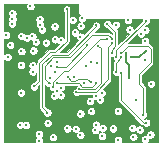
<source format=gbr>
%TF.GenerationSoftware,KiCad,Pcbnew,(5.1.6)-1*%
%TF.CreationDate,2021-06-02T19:48:48-07:00*%
%TF.ProjectId,Miniscope-v4-Wire-Free,4d696e69-7363-46f7-9065-2d76342d5769,rev?*%
%TF.SameCoordinates,Original*%
%TF.FileFunction,Copper,L4,Inr*%
%TF.FilePolarity,Positive*%
%FSLAX46Y46*%
G04 Gerber Fmt 4.6, Leading zero omitted, Abs format (unit mm)*
G04 Created by KiCad (PCBNEW (5.1.6)-1) date 2021-06-02 19:48:48*
%MOMM*%
%LPD*%
G01*
G04 APERTURE LIST*
%TA.AperFunction,ViaPad*%
%ADD10C,0.304800*%
%TD*%
%TA.AperFunction,ViaPad*%
%ADD11C,0.254000*%
%TD*%
%TA.AperFunction,Conductor*%
%ADD12C,0.152400*%
%TD*%
%TA.AperFunction,Conductor*%
%ADD13C,0.101600*%
%TD*%
G04 APERTURE END LIST*
D10*
%TO.N,GND*%
X92060200Y-69335600D03*
X81571700Y-61131400D03*
X81889200Y-58464400D03*
X83210000Y-61537800D03*
X81051000Y-68497400D03*
X82625800Y-69275800D03*
X82079700Y-63988900D03*
X83349700Y-68357700D03*
X81127200Y-62274400D03*
X83819600Y-69551500D03*
X81114500Y-65779600D03*
X83946500Y-60170600D03*
X89318700Y-67316300D03*
X88417000Y-59963000D03*
X91615200Y-69707000D03*
D11*
X88782200Y-62398200D03*
X89982200Y-62398200D03*
D10*
X85722400Y-68835600D03*
X85032200Y-68810200D03*
X86131000Y-67544900D03*
X82090200Y-63476200D03*
X86446800Y-64941400D03*
X83556203Y-64504598D03*
X83957611Y-64010396D03*
X85474133Y-59612893D03*
X90282200Y-64535000D03*
X83932200Y-66033600D03*
%TO.N,/SD_DAT2*%
X79844500Y-60890100D03*
%TO.N,/SD_DAT3*%
X80187400Y-61741000D03*
%TO.N,/SD_DAT0*%
X82067000Y-61017100D03*
%TO.N,/SD_CMD*%
X79971500Y-62769700D03*
%TO.N,/SD_CLK*%
X81130607Y-61000993D03*
%TO.N,/SD_DAT1*%
X80352500Y-59937600D03*
%TO.N,/USB_VBUS*%
X86933200Y-66502800D03*
%TO.N,/SWCLK*%
X86154200Y-60123400D03*
%TO.N,/SWDIO*%
X86116600Y-61029800D03*
D11*
%TO.N,+1V8*%
X89182200Y-62798200D03*
X86726200Y-61766400D03*
D10*
X82706100Y-60017900D03*
X81114500Y-63447200D03*
X85664425Y-60683005D03*
X81508200Y-68522800D03*
X82143200Y-62210900D03*
X88021597Y-68785053D03*
X84465600Y-66006475D03*
X84160800Y-63595200D03*
X87920000Y-65805000D03*
X91145275Y-68904400D03*
D11*
X90383800Y-62798200D03*
D10*
X91676198Y-62223610D03*
X91676174Y-59683600D03*
%TO.N,/SPI1_MOSI*%
X83451300Y-64966800D03*
D11*
X88782200Y-61198200D03*
%TO.N,/SPI1_MISO*%
X88382200Y-61198200D03*
D10*
X83787717Y-65298375D03*
D11*
%TO.N,/SPI1_SCK*%
X85787754Y-65731537D03*
X88782200Y-61598200D03*
%TO.N,/SPI1_NSS*%
X87640600Y-61791800D03*
X86052254Y-65470590D03*
D10*
%TO.N,/SDMMC1_D0*%
X82884880Y-60430360D03*
%TO.N,/SDMMC1_D1*%
X82675813Y-59581213D03*
X83982160Y-61273640D03*
%TO.N,/SDMMC1_D3*%
X80365202Y-59074000D03*
X84454600Y-61359968D03*
%TO.N,/SDMMC1_CMD*%
X80377900Y-59505800D03*
%TO.N,/SDMMC1_CK*%
X82346400Y-61461600D03*
D11*
%TO.N,+3V3*%
X92365000Y-60039200D03*
X83551200Y-61995000D03*
X83946600Y-59416900D03*
X81813000Y-60077300D03*
D10*
X83946500Y-60720600D03*
X83311500Y-60720600D03*
X91424700Y-64644610D03*
X83792000Y-67802000D03*
X81216100Y-67684600D03*
X81114500Y-62833200D03*
X80035000Y-63950800D03*
X82259295Y-65741708D03*
X83652687Y-65681699D03*
%TO.N,/LED_PWM*%
X91245317Y-60771100D03*
%TO.N,VDC*%
X87043200Y-67349700D03*
X82625800Y-69830900D03*
X89307600Y-69800400D03*
%TO.N,/ENT*%
X90290855Y-60437692D03*
%TO.N,/VDD_PIX*%
X85546000Y-64489600D03*
X83627400Y-63519002D03*
%TO.N,Net-(C3-Pad2)*%
X87808100Y-66367500D03*
%TO.N,Net-(C4-Pad2)*%
X90857000Y-66367500D03*
%TO.N,/VDDA*%
X89129800Y-60025800D03*
%TO.N,Net-(R1-Pad1)*%
X87449600Y-68480000D03*
D11*
%TO.N,Net-(D2-Pad1)*%
X84960400Y-58701000D03*
D10*
X82191800Y-65254200D03*
%TO.N,/RESET_N*%
X84480000Y-65346075D03*
X86614267Y-63531700D03*
%TO.N,/TRIGGER0*%
X84165513Y-65676275D03*
X87550000Y-63250000D03*
%TO.N,/MONITOR0*%
X83334800Y-67471800D03*
D11*
X87475000Y-60072600D03*
D10*
%TO.N,/BAT+*%
X86125873Y-69346527D03*
%TO.N,Net-(L1-Pad1)*%
X87945402Y-69462600D03*
%TO.N,Net-(L2-Pad1)*%
X90614100Y-69513400D03*
%TO.N,/XIN32*%
X91628400Y-60466300D03*
%TO.N,/XOUT32*%
X90167400Y-59640800D03*
%TO.N,/VDDCORE*%
X91589800Y-62993600D03*
%TO.N,/nRESET*%
X87437400Y-66084400D03*
%TO.N,Net-(L5-Pad2)*%
X91615200Y-61410790D03*
%TO.N,/CLK1_OUT*%
X84150000Y-63150000D03*
X87058100Y-63224392D03*
D11*
%TO.N,/PCC_DATA5*%
X89153600Y-64042800D03*
X89582200Y-62798200D03*
D10*
%TO.N,/ADC0*%
X90536200Y-68776800D03*
%TO.N,/PCC_DATA7*%
X84175200Y-65002360D03*
D11*
X87462800Y-64921080D03*
%TO.N,/PCC_DATA6*%
X85048960Y-64494360D03*
X87056400Y-64916000D03*
D10*
%TO.N,/I_LED*%
X92123196Y-65025600D03*
D11*
%TO.N,/UART_RX*%
X89557454Y-64106237D03*
D10*
X91704600Y-68319600D03*
D11*
%TO.N,/UART_TX*%
X89582200Y-62398200D03*
D10*
X91441871Y-67629458D03*
%TO.N,/SD_DET*%
X86281200Y-59488402D03*
%TO.N,/nCHRG*%
X87398800Y-68962600D03*
X88872000Y-68810200D03*
%TD*%
D12*
%TO.N,GND*%
X90282200Y-63468200D02*
X90282200Y-64535000D01*
X89982200Y-62398200D02*
X89982200Y-63168200D01*
X89982200Y-63168200D02*
X90282200Y-63468200D01*
D13*
X89063000Y-60609000D02*
X88569399Y-60115399D01*
X88569399Y-60115399D02*
X88417000Y-59963000D01*
X89063000Y-61848378D02*
X89063000Y-60609000D01*
X88782200Y-62398200D02*
X88782200Y-62129178D01*
X88782200Y-62129178D02*
X89063000Y-61848378D01*
%TO.N,+1V8*%
X86726200Y-61766400D02*
X84897400Y-63595200D01*
X84897400Y-63595200D02*
X84160800Y-63595200D01*
D12*
X91101608Y-62798200D02*
X91676198Y-62223610D01*
X91101608Y-62798200D02*
X90383800Y-62798200D01*
D13*
X89182200Y-62177574D02*
X91676174Y-59683600D01*
X89182200Y-62798200D02*
X89182200Y-62177574D01*
%TO.N,/SPI1_MOSI*%
X83546806Y-64966800D02*
X83451300Y-64966800D01*
X83144800Y-64660300D02*
X83451300Y-64966800D01*
X83144800Y-63488694D02*
X83144800Y-64660300D01*
X83851094Y-62782400D02*
X83144800Y-63488694D01*
X88782200Y-61155400D02*
X88504200Y-60877400D01*
X88782200Y-61198200D02*
X88782200Y-61155400D01*
X85227600Y-62782400D02*
X83851094Y-62782400D01*
X88504200Y-60877400D02*
X87132600Y-60877400D01*
X87132600Y-60877400D02*
X85227600Y-62782400D01*
%TO.N,/SPI1_MISO*%
X83787717Y-64850510D02*
X83787717Y-65298375D01*
X84712827Y-63925400D02*
X83787717Y-64850510D01*
X85100600Y-63925400D02*
X84712827Y-63925400D01*
X88382200Y-61198200D02*
X87827800Y-61198200D01*
X87827800Y-61198200D02*
X85100600Y-63925400D01*
%TO.N,/SPI1_SCK*%
X87416200Y-65750000D02*
X85800000Y-65750000D01*
X88782200Y-61598200D02*
X88502799Y-61877601D01*
X88502799Y-64663401D02*
X87416200Y-65750000D01*
X88502799Y-61877601D02*
X88502799Y-64663401D01*
%TO.N,/SPI1_NSS*%
X87854801Y-62006001D02*
X87640600Y-61791800D01*
X87854801Y-64981199D02*
X87854801Y-62006001D01*
X87335789Y-65500211D02*
X87854801Y-64981199D01*
X86050000Y-65500000D02*
X86050211Y-65500211D01*
X86050211Y-65500211D02*
X87335789Y-65500211D01*
D12*
%TO.N,+3V3*%
X91424700Y-64644610D02*
X92365000Y-63704310D01*
X92365000Y-63704310D02*
X92365000Y-60039200D01*
D13*
X83602000Y-61065100D02*
X83946500Y-60720600D01*
X83551200Y-61995000D02*
X83602000Y-61944200D01*
X83602000Y-61944200D02*
X83602000Y-61065100D01*
D12*
X83729000Y-59175600D02*
X83957600Y-59404200D01*
X82497048Y-59175600D02*
X83729000Y-59175600D01*
X81813000Y-60077300D02*
X81813000Y-59859648D01*
X81813000Y-59859648D02*
X82497048Y-59175600D01*
D13*
%TO.N,Net-(D2-Pad1)*%
X84960400Y-61373200D02*
X84008400Y-62325200D01*
X84960400Y-58701000D02*
X84960400Y-61373200D01*
X82662200Y-64783800D02*
X82191800Y-65254200D01*
X84008400Y-62325200D02*
X83576600Y-62325200D01*
X82662200Y-63239600D02*
X82662200Y-64783800D01*
X83576600Y-62325200D02*
X82662200Y-63239600D01*
%TO.N,/MONITOR0*%
X83182401Y-67319401D02*
X83334800Y-67471800D01*
X82890800Y-67027800D02*
X83182401Y-67319401D01*
X87475000Y-60154000D02*
X85075200Y-62553800D01*
X85075200Y-62553800D02*
X83703600Y-62553800D01*
X87475000Y-60072600D02*
X87475000Y-60154000D01*
X82890800Y-63366600D02*
X82890800Y-67027800D01*
X83703600Y-62553800D02*
X82890800Y-63366600D01*
%TO.N,/PCC_DATA5*%
X89153600Y-63226800D02*
X89582200Y-62798200D01*
X89153600Y-64042800D02*
X89153600Y-63226800D01*
%TO.N,/PCC_DATA7*%
X86294400Y-65271600D02*
X87112280Y-65271600D01*
X84175200Y-65002360D02*
X86025160Y-65002360D01*
X87112280Y-65271600D02*
X87462800Y-64921080D01*
X86025160Y-65002360D02*
X86294400Y-65271600D01*
%TO.N,/PCC_DATA6*%
X85349001Y-64794401D02*
X85048960Y-64494360D01*
X85900906Y-64585800D02*
X85692305Y-64794401D01*
X85692305Y-64794401D02*
X85349001Y-64794401D01*
X87056400Y-64916000D02*
X86726200Y-64585800D01*
X86726200Y-64585800D02*
X85900906Y-64585800D01*
%TO.N,/UART_RX*%
X89557454Y-66387980D02*
X91489074Y-68319600D01*
X91489074Y-68319600D02*
X91704600Y-68319600D01*
X89557454Y-64106237D02*
X89557454Y-66387980D01*
%TO.N,/UART_TX*%
X90163200Y-61817200D02*
X91857000Y-61817200D01*
X91069600Y-65014497D02*
X91441871Y-65386768D01*
X91857000Y-61817200D02*
X92111000Y-62071200D01*
X91441871Y-65386768D02*
X91441871Y-67629458D01*
X89582200Y-62398200D02*
X90163200Y-61817200D01*
X91069600Y-64230200D02*
X91069600Y-65014497D01*
X92111000Y-63188800D02*
X91069600Y-64230200D01*
X92111000Y-62071200D02*
X92111000Y-63188800D01*
%TD*%
%TO.N,+3V3*%
G36*
X81547265Y-58360675D02*
G01*
X81533600Y-58429376D01*
X81533600Y-58499424D01*
X81547265Y-58568125D01*
X81574071Y-58632840D01*
X81612987Y-58691082D01*
X81662518Y-58740613D01*
X81720760Y-58779529D01*
X81785475Y-58806335D01*
X81854176Y-58820000D01*
X81924224Y-58820000D01*
X81992925Y-58806335D01*
X82057640Y-58779529D01*
X82115882Y-58740613D01*
X82165413Y-58691082D01*
X82204329Y-58632840D01*
X82231135Y-58568125D01*
X82244800Y-58499424D01*
X82244800Y-58429376D01*
X82231135Y-58360675D01*
X82206334Y-58300800D01*
X85949200Y-58300800D01*
X85949200Y-59000000D01*
X85950176Y-59009911D01*
X85953067Y-59019440D01*
X85957761Y-59028223D01*
X85964079Y-59035921D01*
X86105969Y-59177811D01*
X86054518Y-59212189D01*
X86004987Y-59261720D01*
X85966071Y-59319962D01*
X85939265Y-59384677D01*
X85925600Y-59453378D01*
X85925600Y-59523426D01*
X85939265Y-59592127D01*
X85966071Y-59656842D01*
X86004987Y-59715084D01*
X86054518Y-59764615D01*
X86073024Y-59776980D01*
X86050475Y-59781465D01*
X85985760Y-59808271D01*
X85927518Y-59847187D01*
X85877987Y-59896718D01*
X85839071Y-59954960D01*
X85812265Y-60019675D01*
X85798600Y-60088376D01*
X85798600Y-60158424D01*
X85812265Y-60227125D01*
X85839071Y-60291840D01*
X85877987Y-60350082D01*
X85927518Y-60399613D01*
X85985760Y-60438529D01*
X86050475Y-60465335D01*
X86119176Y-60479000D01*
X86189224Y-60479000D01*
X86257925Y-60465335D01*
X86322640Y-60438529D01*
X86380882Y-60399613D01*
X86430413Y-60350082D01*
X86469329Y-60291840D01*
X86496135Y-60227125D01*
X86509800Y-60158424D01*
X86509800Y-60088376D01*
X86496135Y-60019675D01*
X86469329Y-59954960D01*
X86430413Y-59896718D01*
X86380882Y-59847187D01*
X86362376Y-59834822D01*
X86384925Y-59830337D01*
X86449640Y-59803531D01*
X86507882Y-59764615D01*
X86557413Y-59715084D01*
X86596329Y-59656842D01*
X86623135Y-59592127D01*
X86631355Y-59550800D01*
X89822735Y-59550800D01*
X89811800Y-59605776D01*
X89811800Y-59675824D01*
X89825465Y-59744525D01*
X89852271Y-59809240D01*
X89891187Y-59867482D01*
X89940718Y-59917013D01*
X89998960Y-59955929D01*
X90063675Y-59982735D01*
X90132376Y-59996400D01*
X90202424Y-59996400D01*
X90271125Y-59982735D01*
X90335840Y-59955929D01*
X90394082Y-59917013D01*
X90443613Y-59867482D01*
X90482529Y-59809240D01*
X90509335Y-59744525D01*
X90523000Y-59675824D01*
X90523000Y-59605776D01*
X90512065Y-59550800D01*
X91346282Y-59550800D01*
X91334239Y-59579875D01*
X91320574Y-59648576D01*
X91320574Y-59679989D01*
X90638399Y-60362165D01*
X90632790Y-60333967D01*
X90605984Y-60269252D01*
X90567068Y-60211010D01*
X90517537Y-60161479D01*
X90459295Y-60122563D01*
X90394580Y-60095757D01*
X90325879Y-60082092D01*
X90255831Y-60082092D01*
X90187130Y-60095757D01*
X90122415Y-60122563D01*
X90064173Y-60161479D01*
X90014642Y-60211010D01*
X89975726Y-60269252D01*
X89948920Y-60333967D01*
X89935255Y-60402668D01*
X89935255Y-60472716D01*
X89948920Y-60541417D01*
X89975726Y-60606132D01*
X90014642Y-60664374D01*
X90064173Y-60713905D01*
X90122415Y-60752821D01*
X90187130Y-60779627D01*
X90215328Y-60785236D01*
X89317000Y-61683564D01*
X89317000Y-60621457D01*
X89318227Y-60608999D01*
X89317000Y-60596541D01*
X89317000Y-60596531D01*
X89313324Y-60559207D01*
X89298800Y-60511328D01*
X89275214Y-60467203D01*
X89243473Y-60428527D01*
X89233791Y-60420581D01*
X89189668Y-60376458D01*
X89233525Y-60367735D01*
X89298240Y-60340929D01*
X89356482Y-60302013D01*
X89406013Y-60252482D01*
X89444929Y-60194240D01*
X89471735Y-60129525D01*
X89485400Y-60060824D01*
X89485400Y-59990776D01*
X89471735Y-59922075D01*
X89444929Y-59857360D01*
X89406013Y-59799118D01*
X89356482Y-59749587D01*
X89298240Y-59710671D01*
X89233525Y-59683865D01*
X89164824Y-59670200D01*
X89094776Y-59670200D01*
X89026075Y-59683865D01*
X88961360Y-59710671D01*
X88903118Y-59749587D01*
X88853587Y-59799118D01*
X88814671Y-59857360D01*
X88787865Y-59922075D01*
X88779142Y-59965932D01*
X88772600Y-59959390D01*
X88772600Y-59927976D01*
X88758935Y-59859275D01*
X88732129Y-59794560D01*
X88693213Y-59736318D01*
X88643682Y-59686787D01*
X88585440Y-59647871D01*
X88520725Y-59621065D01*
X88452024Y-59607400D01*
X88381976Y-59607400D01*
X88313275Y-59621065D01*
X88248560Y-59647871D01*
X88190318Y-59686787D01*
X88140787Y-59736318D01*
X88101871Y-59794560D01*
X88075065Y-59859275D01*
X88061400Y-59927976D01*
X88061400Y-59998024D01*
X88075065Y-60066725D01*
X88101871Y-60131440D01*
X88140787Y-60189682D01*
X88190318Y-60239213D01*
X88248560Y-60278129D01*
X88313275Y-60304935D01*
X88381976Y-60318600D01*
X88413390Y-60318600D01*
X88809001Y-60714211D01*
X88809001Y-60822991D01*
X88692619Y-60706609D01*
X88684673Y-60696927D01*
X88674991Y-60688981D01*
X88674988Y-60688978D01*
X88656980Y-60674200D01*
X88645997Y-60665186D01*
X88601872Y-60641600D01*
X88553993Y-60627076D01*
X88516669Y-60623400D01*
X88516658Y-60623400D01*
X88504200Y-60622173D01*
X88491742Y-60623400D01*
X87364811Y-60623400D01*
X87617039Y-60371172D01*
X87631408Y-60365220D01*
X87685490Y-60329083D01*
X87731483Y-60283090D01*
X87767620Y-60229008D01*
X87792511Y-60168916D01*
X87805200Y-60105122D01*
X87805200Y-60040078D01*
X87792511Y-59976284D01*
X87767620Y-59916192D01*
X87731483Y-59862110D01*
X87685490Y-59816117D01*
X87631408Y-59779980D01*
X87571316Y-59755089D01*
X87507522Y-59742400D01*
X87442478Y-59742400D01*
X87378684Y-59755089D01*
X87318592Y-59779980D01*
X87264510Y-59816117D01*
X87218517Y-59862110D01*
X87182380Y-59916192D01*
X87157489Y-59976284D01*
X87144800Y-60040078D01*
X87144800Y-60105122D01*
X87148096Y-60121693D01*
X86422396Y-60847393D01*
X86392813Y-60803118D01*
X86343282Y-60753587D01*
X86285040Y-60714671D01*
X86220325Y-60687865D01*
X86151624Y-60674200D01*
X86081576Y-60674200D01*
X86020025Y-60686443D01*
X86020025Y-60647981D01*
X86006360Y-60579280D01*
X85979554Y-60514565D01*
X85940638Y-60456323D01*
X85891107Y-60406792D01*
X85832865Y-60367876D01*
X85768150Y-60341070D01*
X85699449Y-60327405D01*
X85629401Y-60327405D01*
X85560700Y-60341070D01*
X85495985Y-60367876D01*
X85437743Y-60406792D01*
X85388212Y-60456323D01*
X85349296Y-60514565D01*
X85322490Y-60579280D01*
X85308825Y-60647981D01*
X85308825Y-60718029D01*
X85322490Y-60786730D01*
X85349296Y-60851445D01*
X85388212Y-60909687D01*
X85437743Y-60959218D01*
X85495985Y-60998134D01*
X85560700Y-61024940D01*
X85629401Y-61038605D01*
X85699449Y-61038605D01*
X85761000Y-61026362D01*
X85761000Y-61064824D01*
X85774665Y-61133525D01*
X85801471Y-61198240D01*
X85840387Y-61256482D01*
X85889918Y-61306013D01*
X85934193Y-61335597D01*
X84969990Y-62299800D01*
X84393010Y-62299800D01*
X85131191Y-61561619D01*
X85140873Y-61553673D01*
X85148821Y-61543989D01*
X85172614Y-61514998D01*
X85196200Y-61470872D01*
X85198378Y-61463693D01*
X85210724Y-61422993D01*
X85214400Y-61385669D01*
X85214400Y-61385659D01*
X85215627Y-61373201D01*
X85214400Y-61360743D01*
X85214400Y-59856055D01*
X85247451Y-59889106D01*
X85305693Y-59928022D01*
X85370408Y-59954828D01*
X85439109Y-59968493D01*
X85509157Y-59968493D01*
X85577858Y-59954828D01*
X85642573Y-59928022D01*
X85700815Y-59889106D01*
X85750346Y-59839575D01*
X85789262Y-59781333D01*
X85816068Y-59716618D01*
X85829733Y-59647917D01*
X85829733Y-59577869D01*
X85816068Y-59509168D01*
X85789262Y-59444453D01*
X85750346Y-59386211D01*
X85700815Y-59336680D01*
X85642573Y-59297764D01*
X85577858Y-59270958D01*
X85509157Y-59257293D01*
X85439109Y-59257293D01*
X85370408Y-59270958D01*
X85305693Y-59297764D01*
X85247451Y-59336680D01*
X85214400Y-59369731D01*
X85214400Y-58913973D01*
X85216883Y-58911490D01*
X85253020Y-58857408D01*
X85277911Y-58797316D01*
X85290600Y-58733522D01*
X85290600Y-58668478D01*
X85277911Y-58604684D01*
X85253020Y-58544592D01*
X85216883Y-58490510D01*
X85170890Y-58444517D01*
X85116808Y-58408380D01*
X85056716Y-58383489D01*
X84992922Y-58370800D01*
X84927878Y-58370800D01*
X84864084Y-58383489D01*
X84803992Y-58408380D01*
X84749910Y-58444517D01*
X84703917Y-58490510D01*
X84667780Y-58544592D01*
X84642889Y-58604684D01*
X84630200Y-58668478D01*
X84630200Y-58733522D01*
X84642889Y-58797316D01*
X84667780Y-58857408D01*
X84703917Y-58911490D01*
X84706400Y-58913973D01*
X84706401Y-61108874D01*
X84681282Y-61083755D01*
X84623040Y-61044839D01*
X84558325Y-61018033D01*
X84489624Y-61004368D01*
X84419576Y-61004368D01*
X84350875Y-61018033D01*
X84286160Y-61044839D01*
X84265971Y-61058329D01*
X84258373Y-61046958D01*
X84208842Y-60997427D01*
X84150600Y-60958511D01*
X84085885Y-60931705D01*
X84017184Y-60918040D01*
X83947136Y-60918040D01*
X83878435Y-60931705D01*
X83813720Y-60958511D01*
X83755478Y-60997427D01*
X83705947Y-61046958D01*
X83667031Y-61105200D01*
X83640225Y-61169915D01*
X83626560Y-61238616D01*
X83626560Y-61308664D01*
X83640225Y-61377365D01*
X83667031Y-61442080D01*
X83705947Y-61500322D01*
X83755478Y-61549853D01*
X83813720Y-61588769D01*
X83878435Y-61615575D01*
X83947136Y-61629240D01*
X84017184Y-61629240D01*
X84085885Y-61615575D01*
X84150600Y-61588769D01*
X84170789Y-61575279D01*
X84178387Y-61586650D01*
X84227918Y-61636181D01*
X84286160Y-61675097D01*
X84295446Y-61678944D01*
X83903190Y-62071200D01*
X83589058Y-62071200D01*
X83576600Y-62069973D01*
X83564142Y-62071200D01*
X83564131Y-62071200D01*
X83526807Y-62074876D01*
X83478928Y-62089400D01*
X83434803Y-62112986D01*
X83405811Y-62136778D01*
X83405803Y-62136786D01*
X83396127Y-62144727D01*
X83388186Y-62154403D01*
X82491408Y-63051182D01*
X82481727Y-63059127D01*
X82473781Y-63068809D01*
X82473778Y-63068812D01*
X82469885Y-63073556D01*
X82449986Y-63097803D01*
X82426400Y-63141929D01*
X82411876Y-63189808D01*
X82408200Y-63227132D01*
X82408200Y-63227142D01*
X82406973Y-63239600D01*
X82408200Y-63252058D01*
X82408200Y-63314691D01*
X82405329Y-63307760D01*
X82366413Y-63249518D01*
X82316882Y-63199987D01*
X82258640Y-63161071D01*
X82193925Y-63134265D01*
X82125224Y-63120600D01*
X82055176Y-63120600D01*
X81986475Y-63134265D01*
X81921760Y-63161071D01*
X81863518Y-63199987D01*
X81813987Y-63249518D01*
X81775071Y-63307760D01*
X81748265Y-63372475D01*
X81734600Y-63441176D01*
X81734600Y-63511224D01*
X81748265Y-63579925D01*
X81775071Y-63644640D01*
X81813987Y-63702882D01*
X81838405Y-63727300D01*
X81803487Y-63762218D01*
X81764571Y-63820460D01*
X81737765Y-63885175D01*
X81724100Y-63953876D01*
X81724100Y-64023924D01*
X81737765Y-64092625D01*
X81764571Y-64157340D01*
X81803487Y-64215582D01*
X81853018Y-64265113D01*
X81911260Y-64304029D01*
X81975975Y-64330835D01*
X82044676Y-64344500D01*
X82114724Y-64344500D01*
X82183425Y-64330835D01*
X82248140Y-64304029D01*
X82306382Y-64265113D01*
X82355913Y-64215582D01*
X82394829Y-64157340D01*
X82408201Y-64125058D01*
X82408201Y-64678589D01*
X82188190Y-64898600D01*
X82156776Y-64898600D01*
X82088075Y-64912265D01*
X82023360Y-64939071D01*
X81965118Y-64977987D01*
X81915587Y-65027518D01*
X81876671Y-65085760D01*
X81849865Y-65150475D01*
X81836200Y-65219176D01*
X81836200Y-65289224D01*
X81849865Y-65357925D01*
X81876671Y-65422640D01*
X81915587Y-65480882D01*
X81965118Y-65530413D01*
X82023360Y-65569329D01*
X82088075Y-65596135D01*
X82156776Y-65609800D01*
X82226824Y-65609800D01*
X82295525Y-65596135D01*
X82360240Y-65569329D01*
X82418482Y-65530413D01*
X82468013Y-65480882D01*
X82506929Y-65422640D01*
X82533735Y-65357925D01*
X82547400Y-65289224D01*
X82547400Y-65257810D01*
X82636800Y-65168410D01*
X82636801Y-67015332D01*
X82635573Y-67027800D01*
X82640477Y-67077592D01*
X82655000Y-67125471D01*
X82678586Y-67169596D01*
X82702378Y-67198588D01*
X82702387Y-67198597D01*
X82710328Y-67208273D01*
X82720004Y-67216214D01*
X82979200Y-67475410D01*
X82979200Y-67506824D01*
X82992865Y-67575525D01*
X83019671Y-67640240D01*
X83058587Y-67698482D01*
X83108118Y-67748013D01*
X83166360Y-67786929D01*
X83231075Y-67813735D01*
X83299776Y-67827400D01*
X83369824Y-67827400D01*
X83438525Y-67813735D01*
X83503240Y-67786929D01*
X83561482Y-67748013D01*
X83611013Y-67698482D01*
X83649929Y-67640240D01*
X83676735Y-67575525D01*
X83689792Y-67509876D01*
X85775400Y-67509876D01*
X85775400Y-67579924D01*
X85789065Y-67648625D01*
X85815871Y-67713340D01*
X85854787Y-67771582D01*
X85904318Y-67821113D01*
X85962560Y-67860029D01*
X86027275Y-67886835D01*
X86095976Y-67900500D01*
X86166024Y-67900500D01*
X86234725Y-67886835D01*
X86299440Y-67860029D01*
X86357682Y-67821113D01*
X86407213Y-67771582D01*
X86446129Y-67713340D01*
X86472935Y-67648625D01*
X86486600Y-67579924D01*
X86486600Y-67509876D01*
X86472935Y-67441175D01*
X86446129Y-67376460D01*
X86407213Y-67318218D01*
X86403671Y-67314676D01*
X86687600Y-67314676D01*
X86687600Y-67384724D01*
X86701265Y-67453425D01*
X86728071Y-67518140D01*
X86766987Y-67576382D01*
X86816518Y-67625913D01*
X86874760Y-67664829D01*
X86939475Y-67691635D01*
X87008176Y-67705300D01*
X87078224Y-67705300D01*
X87146925Y-67691635D01*
X87211640Y-67664829D01*
X87269882Y-67625913D01*
X87319413Y-67576382D01*
X87358329Y-67518140D01*
X87385135Y-67453425D01*
X87398800Y-67384724D01*
X87398800Y-67314676D01*
X87392157Y-67281276D01*
X88963100Y-67281276D01*
X88963100Y-67351324D01*
X88976765Y-67420025D01*
X89003571Y-67484740D01*
X89042487Y-67542982D01*
X89092018Y-67592513D01*
X89150260Y-67631429D01*
X89214975Y-67658235D01*
X89283676Y-67671900D01*
X89353724Y-67671900D01*
X89422425Y-67658235D01*
X89487140Y-67631429D01*
X89545382Y-67592513D01*
X89594913Y-67542982D01*
X89633829Y-67484740D01*
X89660635Y-67420025D01*
X89674300Y-67351324D01*
X89674300Y-67281276D01*
X89660635Y-67212575D01*
X89633829Y-67147860D01*
X89594913Y-67089618D01*
X89545382Y-67040087D01*
X89487140Y-67001171D01*
X89422425Y-66974365D01*
X89353724Y-66960700D01*
X89283676Y-66960700D01*
X89214975Y-66974365D01*
X89150260Y-67001171D01*
X89092018Y-67040087D01*
X89042487Y-67089618D01*
X89003571Y-67147860D01*
X88976765Y-67212575D01*
X88963100Y-67281276D01*
X87392157Y-67281276D01*
X87385135Y-67245975D01*
X87358329Y-67181260D01*
X87319413Y-67123018D01*
X87269882Y-67073487D01*
X87211640Y-67034571D01*
X87146925Y-67007765D01*
X87078224Y-66994100D01*
X87008176Y-66994100D01*
X86939475Y-67007765D01*
X86874760Y-67034571D01*
X86816518Y-67073487D01*
X86766987Y-67123018D01*
X86728071Y-67181260D01*
X86701265Y-67245975D01*
X86687600Y-67314676D01*
X86403671Y-67314676D01*
X86357682Y-67268687D01*
X86299440Y-67229771D01*
X86234725Y-67202965D01*
X86166024Y-67189300D01*
X86095976Y-67189300D01*
X86027275Y-67202965D01*
X85962560Y-67229771D01*
X85904318Y-67268687D01*
X85854787Y-67318218D01*
X85815871Y-67376460D01*
X85789065Y-67441175D01*
X85775400Y-67509876D01*
X83689792Y-67509876D01*
X83690400Y-67506824D01*
X83690400Y-67436776D01*
X83676735Y-67368075D01*
X83649929Y-67303360D01*
X83611013Y-67245118D01*
X83561482Y-67195587D01*
X83503240Y-67156671D01*
X83438525Y-67129865D01*
X83369824Y-67116200D01*
X83338410Y-67116200D01*
X83144800Y-66922590D01*
X83144800Y-65148154D01*
X83175087Y-65193482D01*
X83224618Y-65243013D01*
X83282860Y-65281929D01*
X83347575Y-65308735D01*
X83416276Y-65322400D01*
X83432117Y-65322400D01*
X83432117Y-65333399D01*
X83445782Y-65402100D01*
X83472588Y-65466815D01*
X83511504Y-65525057D01*
X83561035Y-65574588D01*
X83619277Y-65613504D01*
X83683992Y-65640310D01*
X83752693Y-65653975D01*
X83809913Y-65653975D01*
X83809913Y-65699354D01*
X83763760Y-65718471D01*
X83705518Y-65757387D01*
X83655987Y-65806918D01*
X83617071Y-65865160D01*
X83590265Y-65929875D01*
X83576600Y-65998576D01*
X83576600Y-66068624D01*
X83590265Y-66137325D01*
X83617071Y-66202040D01*
X83655987Y-66260282D01*
X83705518Y-66309813D01*
X83763760Y-66348729D01*
X83828475Y-66375535D01*
X83897176Y-66389200D01*
X83967224Y-66389200D01*
X84035925Y-66375535D01*
X84100640Y-66348729D01*
X84158882Y-66309813D01*
X84208413Y-66260282D01*
X84211657Y-66255427D01*
X84238918Y-66282688D01*
X84297160Y-66321604D01*
X84361875Y-66348410D01*
X84430576Y-66362075D01*
X84500624Y-66362075D01*
X84569325Y-66348410D01*
X84634040Y-66321604D01*
X84692282Y-66282688D01*
X84741813Y-66233157D01*
X84780729Y-66174915D01*
X84807535Y-66110200D01*
X84821200Y-66041499D01*
X84821200Y-65971451D01*
X84807535Y-65902750D01*
X84780729Y-65838035D01*
X84741813Y-65779793D01*
X84692282Y-65730262D01*
X84634040Y-65691346D01*
X84604856Y-65679257D01*
X84648440Y-65661204D01*
X84706682Y-65622288D01*
X84756213Y-65572757D01*
X84795129Y-65514515D01*
X84821935Y-65449800D01*
X84835600Y-65381099D01*
X84835600Y-65311051D01*
X84824722Y-65256360D01*
X85799511Y-65256360D01*
X85795771Y-65260100D01*
X85759634Y-65314182D01*
X85734743Y-65374274D01*
X85728294Y-65406695D01*
X85691438Y-65414026D01*
X85631346Y-65438917D01*
X85577264Y-65475054D01*
X85531271Y-65521047D01*
X85495134Y-65575129D01*
X85470243Y-65635221D01*
X85457554Y-65699015D01*
X85457554Y-65764059D01*
X85470243Y-65827853D01*
X85495134Y-65887945D01*
X85531271Y-65942027D01*
X85577264Y-65988020D01*
X85631346Y-66024157D01*
X85691438Y-66049048D01*
X85755232Y-66061737D01*
X85820276Y-66061737D01*
X85884070Y-66049048D01*
X85944162Y-66024157D01*
X85974329Y-66004000D01*
X87090826Y-66004000D01*
X87081800Y-66049376D01*
X87081800Y-66119424D01*
X87094812Y-66184843D01*
X87036925Y-66160865D01*
X86968224Y-66147200D01*
X86898176Y-66147200D01*
X86829475Y-66160865D01*
X86764760Y-66187671D01*
X86706518Y-66226587D01*
X86656987Y-66276118D01*
X86618071Y-66334360D01*
X86591265Y-66399075D01*
X86577600Y-66467776D01*
X86577600Y-66537824D01*
X86591265Y-66606525D01*
X86618071Y-66671240D01*
X86656987Y-66729482D01*
X86706518Y-66779013D01*
X86764760Y-66817929D01*
X86829475Y-66844735D01*
X86898176Y-66858400D01*
X86968224Y-66858400D01*
X87036925Y-66844735D01*
X87101640Y-66817929D01*
X87159882Y-66779013D01*
X87209413Y-66729482D01*
X87248329Y-66671240D01*
X87275135Y-66606525D01*
X87288800Y-66537824D01*
X87288800Y-66467776D01*
X87275788Y-66402357D01*
X87333675Y-66426335D01*
X87402376Y-66440000D01*
X87459954Y-66440000D01*
X87466165Y-66471225D01*
X87492971Y-66535940D01*
X87531887Y-66594182D01*
X87581418Y-66643713D01*
X87639660Y-66682629D01*
X87704375Y-66709435D01*
X87773076Y-66723100D01*
X87843124Y-66723100D01*
X87911825Y-66709435D01*
X87976540Y-66682629D01*
X88034782Y-66643713D01*
X88084313Y-66594182D01*
X88123229Y-66535940D01*
X88150035Y-66471225D01*
X88163700Y-66402524D01*
X88163700Y-66332476D01*
X88150035Y-66263775D01*
X88123229Y-66199060D01*
X88084313Y-66140818D01*
X88070892Y-66127397D01*
X88088440Y-66120129D01*
X88146682Y-66081213D01*
X88196213Y-66031682D01*
X88235129Y-65973440D01*
X88261935Y-65908725D01*
X88275600Y-65840024D01*
X88275600Y-65769976D01*
X88261935Y-65701275D01*
X88235129Y-65636560D01*
X88196213Y-65578318D01*
X88146682Y-65528787D01*
X88088440Y-65489871D01*
X88051034Y-65474377D01*
X88673596Y-64851815D01*
X88683272Y-64843874D01*
X88691213Y-64834198D01*
X88691221Y-64834190D01*
X88715013Y-64805198D01*
X88738599Y-64761073D01*
X88739959Y-64756589D01*
X88753123Y-64713194D01*
X88756799Y-64675870D01*
X88756799Y-64675860D01*
X88758026Y-64663402D01*
X88756799Y-64650944D01*
X88756799Y-62728400D01*
X88814722Y-62728400D01*
X88861256Y-62719144D01*
X88852000Y-62765678D01*
X88852000Y-62830722D01*
X88864689Y-62894516D01*
X88889580Y-62954608D01*
X88925717Y-63008690D01*
X88968722Y-63051695D01*
X88965187Y-63056003D01*
X88965178Y-63056012D01*
X88941386Y-63085004D01*
X88917800Y-63129129D01*
X88912599Y-63146275D01*
X88903277Y-63177007D01*
X88900631Y-63203873D01*
X88898373Y-63226800D01*
X88899601Y-63239268D01*
X88899600Y-63829827D01*
X88897117Y-63832310D01*
X88860980Y-63886392D01*
X88836089Y-63946484D01*
X88823400Y-64010278D01*
X88823400Y-64075322D01*
X88836089Y-64139116D01*
X88860980Y-64199208D01*
X88897117Y-64253290D01*
X88943110Y-64299283D01*
X88997192Y-64335420D01*
X89057284Y-64360311D01*
X89121078Y-64373000D01*
X89186122Y-64373000D01*
X89249916Y-64360311D01*
X89303454Y-64338135D01*
X89303455Y-66375512D01*
X89302227Y-66387980D01*
X89303455Y-66400448D01*
X89303455Y-66400449D01*
X89306005Y-66426335D01*
X89307131Y-66437772D01*
X89321654Y-66485651D01*
X89345240Y-66529776D01*
X89369032Y-66558768D01*
X89369041Y-66558777D01*
X89376982Y-66568453D01*
X89386658Y-66576394D01*
X91300655Y-68490391D01*
X91308601Y-68500073D01*
X91318283Y-68508019D01*
X91318285Y-68508021D01*
X91340363Y-68526140D01*
X91347277Y-68531814D01*
X91391402Y-68555400D01*
X91439281Y-68569924D01*
X91453422Y-68571317D01*
X91477918Y-68595813D01*
X91536160Y-68634729D01*
X91600875Y-68661535D01*
X91669576Y-68675200D01*
X91739624Y-68675200D01*
X91808325Y-68661535D01*
X91873040Y-68634729D01*
X91931282Y-68595813D01*
X91980813Y-68546282D01*
X92019729Y-68488040D01*
X92046535Y-68423325D01*
X92060200Y-68354624D01*
X92060200Y-68284576D01*
X92046535Y-68215875D01*
X92019729Y-68151160D01*
X91980813Y-68092918D01*
X91931282Y-68043387D01*
X91873040Y-68004471D01*
X91808325Y-67977665D01*
X91739624Y-67964000D01*
X91669576Y-67964000D01*
X91600875Y-67977665D01*
X91536160Y-68004471D01*
X91534359Y-68005675D01*
X91507629Y-67978945D01*
X91545596Y-67971393D01*
X91610311Y-67944587D01*
X91668553Y-67905671D01*
X91718084Y-67856140D01*
X91757000Y-67797898D01*
X91783806Y-67733183D01*
X91797471Y-67664482D01*
X91797471Y-67594434D01*
X91783806Y-67525733D01*
X91757000Y-67461018D01*
X91718084Y-67402776D01*
X91695871Y-67380563D01*
X91695871Y-65399226D01*
X91697098Y-65386768D01*
X91695871Y-65374310D01*
X91695871Y-65374299D01*
X91692195Y-65336975D01*
X91677671Y-65289096D01*
X91654085Y-65244971D01*
X91644680Y-65233511D01*
X91630293Y-65215980D01*
X91630290Y-65215977D01*
X91622344Y-65206295D01*
X91612662Y-65198349D01*
X91404889Y-64990576D01*
X91767596Y-64990576D01*
X91767596Y-65060624D01*
X91781261Y-65129325D01*
X91808067Y-65194040D01*
X91846983Y-65252282D01*
X91896514Y-65301813D01*
X91954756Y-65340729D01*
X92019471Y-65367535D01*
X92088172Y-65381200D01*
X92158220Y-65381200D01*
X92226921Y-65367535D01*
X92291636Y-65340729D01*
X92349878Y-65301813D01*
X92399409Y-65252282D01*
X92438325Y-65194040D01*
X92465131Y-65129325D01*
X92478796Y-65060624D01*
X92478796Y-64990576D01*
X92465131Y-64921875D01*
X92438325Y-64857160D01*
X92399409Y-64798918D01*
X92349878Y-64749387D01*
X92291636Y-64710471D01*
X92226921Y-64683665D01*
X92158220Y-64670000D01*
X92088172Y-64670000D01*
X92019471Y-64683665D01*
X91954756Y-64710471D01*
X91896514Y-64749387D01*
X91846983Y-64798918D01*
X91808067Y-64857160D01*
X91781261Y-64921875D01*
X91767596Y-64990576D01*
X91404889Y-64990576D01*
X91323600Y-64909287D01*
X91323600Y-64335410D01*
X92281797Y-63377214D01*
X92291473Y-63369273D01*
X92299414Y-63359597D01*
X92299422Y-63359589D01*
X92323214Y-63330597D01*
X92346800Y-63286472D01*
X92347239Y-63285024D01*
X92361324Y-63238593D01*
X92365000Y-63201269D01*
X92365000Y-63201259D01*
X92366227Y-63188801D01*
X92365000Y-63176343D01*
X92365000Y-62083657D01*
X92366227Y-62071199D01*
X92365000Y-62058741D01*
X92365000Y-62058731D01*
X92361324Y-62021407D01*
X92346800Y-61973528D01*
X92339032Y-61958996D01*
X92323214Y-61929402D01*
X92299421Y-61900411D01*
X92299419Y-61900409D01*
X92291473Y-61890727D01*
X92281791Y-61882781D01*
X92045419Y-61646409D01*
X92037473Y-61636727D01*
X92027791Y-61628781D01*
X92027788Y-61628778D01*
X92015323Y-61618549D01*
X91998797Y-61604986D01*
X91954672Y-61581400D01*
X91932248Y-61574598D01*
X91957135Y-61514515D01*
X91970800Y-61445814D01*
X91970800Y-61375766D01*
X91957135Y-61307065D01*
X91930329Y-61242350D01*
X91891413Y-61184108D01*
X91841882Y-61134577D01*
X91783640Y-61095661D01*
X91718925Y-61068855D01*
X91650224Y-61055190D01*
X91580176Y-61055190D01*
X91511475Y-61068855D01*
X91446760Y-61095661D01*
X91388518Y-61134577D01*
X91338987Y-61184108D01*
X91300071Y-61242350D01*
X91273265Y-61307065D01*
X91259600Y-61375766D01*
X91259600Y-61445814D01*
X91273265Y-61514515D01*
X91293431Y-61563200D01*
X90175657Y-61563200D01*
X90163199Y-61561973D01*
X90156335Y-61562649D01*
X90893557Y-60825428D01*
X90903382Y-60874825D01*
X90930188Y-60939540D01*
X90969104Y-60997782D01*
X91018635Y-61047313D01*
X91076877Y-61086229D01*
X91141592Y-61113035D01*
X91210293Y-61126700D01*
X91280341Y-61126700D01*
X91349042Y-61113035D01*
X91413757Y-61086229D01*
X91471999Y-61047313D01*
X91521530Y-60997782D01*
X91560446Y-60939540D01*
X91587252Y-60874825D01*
X91597779Y-60821900D01*
X91663424Y-60821900D01*
X91732125Y-60808235D01*
X91796840Y-60781429D01*
X91855082Y-60742513D01*
X91904613Y-60692982D01*
X91943529Y-60634740D01*
X91970335Y-60570025D01*
X91984000Y-60501324D01*
X91984000Y-60431276D01*
X91970335Y-60362575D01*
X91943529Y-60297860D01*
X91904613Y-60239618D01*
X91855082Y-60190087D01*
X91796840Y-60151171D01*
X91732125Y-60124365D01*
X91663424Y-60110700D01*
X91608285Y-60110700D01*
X91679785Y-60039200D01*
X91711198Y-60039200D01*
X91779899Y-60025535D01*
X91844614Y-59998729D01*
X91902856Y-59959813D01*
X91952387Y-59910282D01*
X91991303Y-59852040D01*
X92018109Y-59787325D01*
X92031774Y-59718624D01*
X92031774Y-59648576D01*
X92018109Y-59579875D01*
X92006066Y-59550800D01*
X92699200Y-59550800D01*
X92699200Y-69949200D01*
X91875895Y-69949200D01*
X91891413Y-69933682D01*
X91930329Y-69875440D01*
X91957135Y-69810725D01*
X91970800Y-69742024D01*
X91970800Y-69680384D01*
X92025176Y-69691200D01*
X92095224Y-69691200D01*
X92163925Y-69677535D01*
X92228640Y-69650729D01*
X92286882Y-69611813D01*
X92336413Y-69562282D01*
X92375329Y-69504040D01*
X92402135Y-69439325D01*
X92415800Y-69370624D01*
X92415800Y-69300576D01*
X92402135Y-69231875D01*
X92375329Y-69167160D01*
X92336413Y-69108918D01*
X92286882Y-69059387D01*
X92228640Y-69020471D01*
X92163925Y-68993665D01*
X92095224Y-68980000D01*
X92025176Y-68980000D01*
X91956475Y-68993665D01*
X91891760Y-69020471D01*
X91833518Y-69059387D01*
X91783987Y-69108918D01*
X91745071Y-69167160D01*
X91718265Y-69231875D01*
X91704600Y-69300576D01*
X91704600Y-69362216D01*
X91650224Y-69351400D01*
X91580176Y-69351400D01*
X91511475Y-69365065D01*
X91446760Y-69391871D01*
X91388518Y-69430787D01*
X91338987Y-69480318D01*
X91300071Y-69538560D01*
X91273265Y-69603275D01*
X91259600Y-69671976D01*
X91259600Y-69742024D01*
X91273265Y-69810725D01*
X91300071Y-69875440D01*
X91338987Y-69933682D01*
X91354505Y-69949200D01*
X89630864Y-69949200D01*
X89649535Y-69904125D01*
X89663200Y-69835424D01*
X89663200Y-69765376D01*
X89649535Y-69696675D01*
X89622729Y-69631960D01*
X89583813Y-69573718D01*
X89534282Y-69524187D01*
X89476040Y-69485271D01*
X89459395Y-69478376D01*
X90258500Y-69478376D01*
X90258500Y-69548424D01*
X90272165Y-69617125D01*
X90298971Y-69681840D01*
X90337887Y-69740082D01*
X90387418Y-69789613D01*
X90445660Y-69828529D01*
X90510375Y-69855335D01*
X90579076Y-69869000D01*
X90649124Y-69869000D01*
X90717825Y-69855335D01*
X90782540Y-69828529D01*
X90840782Y-69789613D01*
X90890313Y-69740082D01*
X90929229Y-69681840D01*
X90956035Y-69617125D01*
X90969700Y-69548424D01*
X90969700Y-69478376D01*
X90956035Y-69409675D01*
X90929229Y-69344960D01*
X90890313Y-69286718D01*
X90840782Y-69237187D01*
X90782540Y-69198271D01*
X90717825Y-69171465D01*
X90649124Y-69157800D01*
X90579076Y-69157800D01*
X90510375Y-69171465D01*
X90445660Y-69198271D01*
X90387418Y-69237187D01*
X90337887Y-69286718D01*
X90298971Y-69344960D01*
X90272165Y-69409675D01*
X90258500Y-69478376D01*
X89459395Y-69478376D01*
X89411325Y-69458465D01*
X89342624Y-69444800D01*
X89272576Y-69444800D01*
X89203875Y-69458465D01*
X89139160Y-69485271D01*
X89080918Y-69524187D01*
X89031387Y-69573718D01*
X88992471Y-69631960D01*
X88965665Y-69696675D01*
X88952000Y-69765376D01*
X88952000Y-69835424D01*
X88965665Y-69904125D01*
X88984336Y-69949200D01*
X82961698Y-69949200D01*
X82967735Y-69934625D01*
X82981400Y-69865924D01*
X82981400Y-69795876D01*
X82967735Y-69727175D01*
X82940929Y-69662460D01*
X82902013Y-69604218D01*
X82852482Y-69554687D01*
X82850481Y-69553350D01*
X82852482Y-69552013D01*
X82888019Y-69516476D01*
X83464000Y-69516476D01*
X83464000Y-69586524D01*
X83477665Y-69655225D01*
X83504471Y-69719940D01*
X83543387Y-69778182D01*
X83592918Y-69827713D01*
X83651160Y-69866629D01*
X83715875Y-69893435D01*
X83784576Y-69907100D01*
X83854624Y-69907100D01*
X83923325Y-69893435D01*
X83988040Y-69866629D01*
X84046282Y-69827713D01*
X84095813Y-69778182D01*
X84134729Y-69719940D01*
X84161535Y-69655225D01*
X84175200Y-69586524D01*
X84175200Y-69516476D01*
X84161535Y-69447775D01*
X84134729Y-69383060D01*
X84095813Y-69324818D01*
X84046282Y-69275287D01*
X83988040Y-69236371D01*
X83923325Y-69209565D01*
X83854624Y-69195900D01*
X83784576Y-69195900D01*
X83715875Y-69209565D01*
X83651160Y-69236371D01*
X83592918Y-69275287D01*
X83543387Y-69324818D01*
X83504471Y-69383060D01*
X83477665Y-69447775D01*
X83464000Y-69516476D01*
X82888019Y-69516476D01*
X82902013Y-69502482D01*
X82940929Y-69444240D01*
X82967735Y-69379525D01*
X82981400Y-69310824D01*
X82981400Y-69240776D01*
X82967735Y-69172075D01*
X82940929Y-69107360D01*
X82902013Y-69049118D01*
X82852482Y-68999587D01*
X82794240Y-68960671D01*
X82729525Y-68933865D01*
X82660824Y-68920200D01*
X82590776Y-68920200D01*
X82522075Y-68933865D01*
X82457360Y-68960671D01*
X82399118Y-68999587D01*
X82349587Y-69049118D01*
X82310671Y-69107360D01*
X82283865Y-69172075D01*
X82270200Y-69240776D01*
X82270200Y-69310824D01*
X82283865Y-69379525D01*
X82310671Y-69444240D01*
X82349587Y-69502482D01*
X82399118Y-69552013D01*
X82401119Y-69553350D01*
X82399118Y-69554687D01*
X82349587Y-69604218D01*
X82310671Y-69662460D01*
X82283865Y-69727175D01*
X82270200Y-69795876D01*
X82270200Y-69865924D01*
X82283865Y-69934625D01*
X82289902Y-69949200D01*
X79700800Y-69949200D01*
X79700800Y-68462376D01*
X80695400Y-68462376D01*
X80695400Y-68532424D01*
X80709065Y-68601125D01*
X80735871Y-68665840D01*
X80774787Y-68724082D01*
X80824318Y-68773613D01*
X80882560Y-68812529D01*
X80947275Y-68839335D01*
X81015976Y-68853000D01*
X81086024Y-68853000D01*
X81154725Y-68839335D01*
X81219440Y-68812529D01*
X81264755Y-68782250D01*
X81281518Y-68799013D01*
X81339760Y-68837929D01*
X81404475Y-68864735D01*
X81473176Y-68878400D01*
X81543224Y-68878400D01*
X81611925Y-68864735D01*
X81676640Y-68837929D01*
X81734882Y-68799013D01*
X81758719Y-68775176D01*
X84676600Y-68775176D01*
X84676600Y-68845224D01*
X84690265Y-68913925D01*
X84717071Y-68978640D01*
X84755987Y-69036882D01*
X84805518Y-69086413D01*
X84863760Y-69125329D01*
X84928475Y-69152135D01*
X84997176Y-69165800D01*
X85067224Y-69165800D01*
X85135925Y-69152135D01*
X85200640Y-69125329D01*
X85258882Y-69086413D01*
X85308413Y-69036882D01*
X85347329Y-68978640D01*
X85374135Y-68913925D01*
X85374774Y-68910713D01*
X85380465Y-68939325D01*
X85407271Y-69004040D01*
X85446187Y-69062282D01*
X85495718Y-69111813D01*
X85553960Y-69150729D01*
X85618675Y-69177535D01*
X85687376Y-69191200D01*
X85757424Y-69191200D01*
X85809612Y-69180819D01*
X85783938Y-69242802D01*
X85770273Y-69311503D01*
X85770273Y-69381551D01*
X85783938Y-69450252D01*
X85810744Y-69514967D01*
X85849660Y-69573209D01*
X85899191Y-69622740D01*
X85957433Y-69661656D01*
X86022148Y-69688462D01*
X86090849Y-69702127D01*
X86160897Y-69702127D01*
X86229598Y-69688462D01*
X86294313Y-69661656D01*
X86352555Y-69622740D01*
X86402086Y-69573209D01*
X86441002Y-69514967D01*
X86467808Y-69450252D01*
X86481473Y-69381551D01*
X86481473Y-69311503D01*
X86467808Y-69242802D01*
X86441002Y-69178087D01*
X86402086Y-69119845D01*
X86352555Y-69070314D01*
X86294313Y-69031398D01*
X86229598Y-69004592D01*
X86160897Y-68990927D01*
X86090849Y-68990927D01*
X86038661Y-69001308D01*
X86064335Y-68939325D01*
X86066671Y-68927576D01*
X87043200Y-68927576D01*
X87043200Y-68997624D01*
X87056865Y-69066325D01*
X87083671Y-69131040D01*
X87122587Y-69189282D01*
X87172118Y-69238813D01*
X87230360Y-69277729D01*
X87295075Y-69304535D01*
X87363776Y-69318200D01*
X87433824Y-69318200D01*
X87502525Y-69304535D01*
X87567240Y-69277729D01*
X87625482Y-69238813D01*
X87675013Y-69189282D01*
X87713929Y-69131040D01*
X87740735Y-69066325D01*
X87750563Y-69016914D01*
X87794915Y-69061266D01*
X87853157Y-69100182D01*
X87882840Y-69112477D01*
X87841677Y-69120665D01*
X87776962Y-69147471D01*
X87718720Y-69186387D01*
X87669189Y-69235918D01*
X87630273Y-69294160D01*
X87603467Y-69358875D01*
X87589802Y-69427576D01*
X87589802Y-69497624D01*
X87603467Y-69566325D01*
X87630273Y-69631040D01*
X87669189Y-69689282D01*
X87718720Y-69738813D01*
X87776962Y-69777729D01*
X87841677Y-69804535D01*
X87910378Y-69818200D01*
X87980426Y-69818200D01*
X88049127Y-69804535D01*
X88113842Y-69777729D01*
X88172084Y-69738813D01*
X88221615Y-69689282D01*
X88260531Y-69631040D01*
X88287337Y-69566325D01*
X88301002Y-69497624D01*
X88301002Y-69427576D01*
X88287337Y-69358875D01*
X88260531Y-69294160D01*
X88221615Y-69235918D01*
X88172084Y-69186387D01*
X88113842Y-69147471D01*
X88084159Y-69135176D01*
X88125322Y-69126988D01*
X88190037Y-69100182D01*
X88248279Y-69061266D01*
X88297810Y-69011735D01*
X88336726Y-68953493D01*
X88363532Y-68888778D01*
X88377197Y-68820077D01*
X88377197Y-68775176D01*
X88516400Y-68775176D01*
X88516400Y-68845224D01*
X88530065Y-68913925D01*
X88556871Y-68978640D01*
X88595787Y-69036882D01*
X88645318Y-69086413D01*
X88703560Y-69125329D01*
X88768275Y-69152135D01*
X88836976Y-69165800D01*
X88907024Y-69165800D01*
X88975725Y-69152135D01*
X89040440Y-69125329D01*
X89098682Y-69086413D01*
X89148213Y-69036882D01*
X89187129Y-68978640D01*
X89213935Y-68913925D01*
X89227600Y-68845224D01*
X89227600Y-68775176D01*
X89220957Y-68741776D01*
X90180600Y-68741776D01*
X90180600Y-68811824D01*
X90194265Y-68880525D01*
X90221071Y-68945240D01*
X90259987Y-69003482D01*
X90309518Y-69053013D01*
X90367760Y-69091929D01*
X90432475Y-69118735D01*
X90501176Y-69132400D01*
X90571224Y-69132400D01*
X90639925Y-69118735D01*
X90704640Y-69091929D01*
X90762882Y-69053013D01*
X90804638Y-69011257D01*
X90830146Y-69072840D01*
X90869062Y-69131082D01*
X90918593Y-69180613D01*
X90976835Y-69219529D01*
X91041550Y-69246335D01*
X91110251Y-69260000D01*
X91180299Y-69260000D01*
X91249000Y-69246335D01*
X91313715Y-69219529D01*
X91371957Y-69180613D01*
X91421488Y-69131082D01*
X91460404Y-69072840D01*
X91487210Y-69008125D01*
X91500875Y-68939424D01*
X91500875Y-68869376D01*
X91487210Y-68800675D01*
X91460404Y-68735960D01*
X91421488Y-68677718D01*
X91371957Y-68628187D01*
X91313715Y-68589271D01*
X91249000Y-68562465D01*
X91180299Y-68548800D01*
X91110251Y-68548800D01*
X91041550Y-68562465D01*
X90976835Y-68589271D01*
X90918593Y-68628187D01*
X90876837Y-68669943D01*
X90851329Y-68608360D01*
X90812413Y-68550118D01*
X90762882Y-68500587D01*
X90704640Y-68461671D01*
X90639925Y-68434865D01*
X90571224Y-68421200D01*
X90501176Y-68421200D01*
X90432475Y-68434865D01*
X90367760Y-68461671D01*
X90309518Y-68500587D01*
X90259987Y-68550118D01*
X90221071Y-68608360D01*
X90194265Y-68673075D01*
X90180600Y-68741776D01*
X89220957Y-68741776D01*
X89213935Y-68706475D01*
X89187129Y-68641760D01*
X89148213Y-68583518D01*
X89098682Y-68533987D01*
X89040440Y-68495071D01*
X88975725Y-68468265D01*
X88907024Y-68454600D01*
X88836976Y-68454600D01*
X88768275Y-68468265D01*
X88703560Y-68495071D01*
X88645318Y-68533987D01*
X88595787Y-68583518D01*
X88556871Y-68641760D01*
X88530065Y-68706475D01*
X88516400Y-68775176D01*
X88377197Y-68775176D01*
X88377197Y-68750029D01*
X88363532Y-68681328D01*
X88336726Y-68616613D01*
X88297810Y-68558371D01*
X88248279Y-68508840D01*
X88190037Y-68469924D01*
X88125322Y-68443118D01*
X88056621Y-68429453D01*
X87986573Y-68429453D01*
X87917872Y-68443118D01*
X87853157Y-68469924D01*
X87805200Y-68501968D01*
X87805200Y-68444976D01*
X87791535Y-68376275D01*
X87764729Y-68311560D01*
X87725813Y-68253318D01*
X87676282Y-68203787D01*
X87618040Y-68164871D01*
X87553325Y-68138065D01*
X87484624Y-68124400D01*
X87414576Y-68124400D01*
X87345875Y-68138065D01*
X87281160Y-68164871D01*
X87222918Y-68203787D01*
X87173387Y-68253318D01*
X87134471Y-68311560D01*
X87107665Y-68376275D01*
X87094000Y-68444976D01*
X87094000Y-68515024D01*
X87107665Y-68583725D01*
X87134471Y-68648440D01*
X87164750Y-68693755D01*
X87122587Y-68735918D01*
X87083671Y-68794160D01*
X87056865Y-68858875D01*
X87043200Y-68927576D01*
X86066671Y-68927576D01*
X86078000Y-68870624D01*
X86078000Y-68800576D01*
X86064335Y-68731875D01*
X86037529Y-68667160D01*
X85998613Y-68608918D01*
X85949082Y-68559387D01*
X85890840Y-68520471D01*
X85826125Y-68493665D01*
X85757424Y-68480000D01*
X85687376Y-68480000D01*
X85618675Y-68493665D01*
X85553960Y-68520471D01*
X85495718Y-68559387D01*
X85446187Y-68608918D01*
X85407271Y-68667160D01*
X85380465Y-68731875D01*
X85379826Y-68735087D01*
X85374135Y-68706475D01*
X85347329Y-68641760D01*
X85308413Y-68583518D01*
X85258882Y-68533987D01*
X85200640Y-68495071D01*
X85135925Y-68468265D01*
X85067224Y-68454600D01*
X84997176Y-68454600D01*
X84928475Y-68468265D01*
X84863760Y-68495071D01*
X84805518Y-68533987D01*
X84755987Y-68583518D01*
X84717071Y-68641760D01*
X84690265Y-68706475D01*
X84676600Y-68775176D01*
X81758719Y-68775176D01*
X81784413Y-68749482D01*
X81823329Y-68691240D01*
X81850135Y-68626525D01*
X81863800Y-68557824D01*
X81863800Y-68487776D01*
X81850135Y-68419075D01*
X81823329Y-68354360D01*
X81802159Y-68322676D01*
X82994100Y-68322676D01*
X82994100Y-68392724D01*
X83007765Y-68461425D01*
X83034571Y-68526140D01*
X83073487Y-68584382D01*
X83123018Y-68633913D01*
X83181260Y-68672829D01*
X83245975Y-68699635D01*
X83314676Y-68713300D01*
X83384724Y-68713300D01*
X83453425Y-68699635D01*
X83518140Y-68672829D01*
X83576382Y-68633913D01*
X83625913Y-68584382D01*
X83664829Y-68526140D01*
X83691635Y-68461425D01*
X83705300Y-68392724D01*
X83705300Y-68322676D01*
X83691635Y-68253975D01*
X83664829Y-68189260D01*
X83625913Y-68131018D01*
X83576382Y-68081487D01*
X83518140Y-68042571D01*
X83453425Y-68015765D01*
X83384724Y-68002100D01*
X83314676Y-68002100D01*
X83245975Y-68015765D01*
X83181260Y-68042571D01*
X83123018Y-68081487D01*
X83073487Y-68131018D01*
X83034571Y-68189260D01*
X83007765Y-68253975D01*
X82994100Y-68322676D01*
X81802159Y-68322676D01*
X81784413Y-68296118D01*
X81734882Y-68246587D01*
X81676640Y-68207671D01*
X81611925Y-68180865D01*
X81543224Y-68167200D01*
X81473176Y-68167200D01*
X81404475Y-68180865D01*
X81339760Y-68207671D01*
X81294445Y-68237950D01*
X81277682Y-68221187D01*
X81219440Y-68182271D01*
X81154725Y-68155465D01*
X81086024Y-68141800D01*
X81015976Y-68141800D01*
X80947275Y-68155465D01*
X80882560Y-68182271D01*
X80824318Y-68221187D01*
X80774787Y-68270718D01*
X80735871Y-68328960D01*
X80709065Y-68393675D01*
X80695400Y-68462376D01*
X79700800Y-68462376D01*
X79700800Y-65744576D01*
X80758900Y-65744576D01*
X80758900Y-65814624D01*
X80772565Y-65883325D01*
X80799371Y-65948040D01*
X80838287Y-66006282D01*
X80887818Y-66055813D01*
X80946060Y-66094729D01*
X81010775Y-66121535D01*
X81079476Y-66135200D01*
X81149524Y-66135200D01*
X81218225Y-66121535D01*
X81282940Y-66094729D01*
X81341182Y-66055813D01*
X81390713Y-66006282D01*
X81429629Y-65948040D01*
X81456435Y-65883325D01*
X81470100Y-65814624D01*
X81470100Y-65744576D01*
X81456435Y-65675875D01*
X81429629Y-65611160D01*
X81390713Y-65552918D01*
X81341182Y-65503387D01*
X81282940Y-65464471D01*
X81218225Y-65437665D01*
X81149524Y-65424000D01*
X81079476Y-65424000D01*
X81010775Y-65437665D01*
X80946060Y-65464471D01*
X80887818Y-65503387D01*
X80838287Y-65552918D01*
X80799371Y-65611160D01*
X80772565Y-65675875D01*
X80758900Y-65744576D01*
X79700800Y-65744576D01*
X79700800Y-63412176D01*
X80758900Y-63412176D01*
X80758900Y-63482224D01*
X80772565Y-63550925D01*
X80799371Y-63615640D01*
X80838287Y-63673882D01*
X80887818Y-63723413D01*
X80946060Y-63762329D01*
X81010775Y-63789135D01*
X81079476Y-63802800D01*
X81149524Y-63802800D01*
X81218225Y-63789135D01*
X81282940Y-63762329D01*
X81341182Y-63723413D01*
X81390713Y-63673882D01*
X81429629Y-63615640D01*
X81456435Y-63550925D01*
X81470100Y-63482224D01*
X81470100Y-63412176D01*
X81456435Y-63343475D01*
X81429629Y-63278760D01*
X81390713Y-63220518D01*
X81341182Y-63170987D01*
X81282940Y-63132071D01*
X81218225Y-63105265D01*
X81149524Y-63091600D01*
X81079476Y-63091600D01*
X81010775Y-63105265D01*
X80946060Y-63132071D01*
X80887818Y-63170987D01*
X80838287Y-63220518D01*
X80799371Y-63278760D01*
X80772565Y-63343475D01*
X80758900Y-63412176D01*
X79700800Y-63412176D01*
X79700800Y-63001895D01*
X79744818Y-63045913D01*
X79803060Y-63084829D01*
X79867775Y-63111635D01*
X79936476Y-63125300D01*
X80006524Y-63125300D01*
X80075225Y-63111635D01*
X80139940Y-63084829D01*
X80198182Y-63045913D01*
X80247713Y-62996382D01*
X80286629Y-62938140D01*
X80313435Y-62873425D01*
X80327100Y-62804724D01*
X80327100Y-62734676D01*
X80313435Y-62665975D01*
X80286629Y-62601260D01*
X80247713Y-62543018D01*
X80198182Y-62493487D01*
X80139940Y-62454571D01*
X80075225Y-62427765D01*
X80006524Y-62414100D01*
X79936476Y-62414100D01*
X79867775Y-62427765D01*
X79803060Y-62454571D01*
X79744818Y-62493487D01*
X79700800Y-62537505D01*
X79700800Y-62239376D01*
X80771600Y-62239376D01*
X80771600Y-62309424D01*
X80785265Y-62378125D01*
X80812071Y-62442840D01*
X80850987Y-62501082D01*
X80900518Y-62550613D01*
X80958760Y-62589529D01*
X81023475Y-62616335D01*
X81092176Y-62630000D01*
X81162224Y-62630000D01*
X81230925Y-62616335D01*
X81295640Y-62589529D01*
X81353882Y-62550613D01*
X81403413Y-62501082D01*
X81442329Y-62442840D01*
X81469135Y-62378125D01*
X81482800Y-62309424D01*
X81482800Y-62239376D01*
X81470170Y-62175876D01*
X81787600Y-62175876D01*
X81787600Y-62245924D01*
X81801265Y-62314625D01*
X81828071Y-62379340D01*
X81866987Y-62437582D01*
X81916518Y-62487113D01*
X81974760Y-62526029D01*
X82039475Y-62552835D01*
X82108176Y-62566500D01*
X82178224Y-62566500D01*
X82246925Y-62552835D01*
X82311640Y-62526029D01*
X82369882Y-62487113D01*
X82419413Y-62437582D01*
X82458329Y-62379340D01*
X82485135Y-62314625D01*
X82498800Y-62245924D01*
X82498800Y-62175876D01*
X82485135Y-62107175D01*
X82458329Y-62042460D01*
X82419413Y-61984218D01*
X82369882Y-61934687D01*
X82311640Y-61895771D01*
X82246925Y-61868965D01*
X82178224Y-61855300D01*
X82108176Y-61855300D01*
X82039475Y-61868965D01*
X81974760Y-61895771D01*
X81916518Y-61934687D01*
X81866987Y-61984218D01*
X81828071Y-62042460D01*
X81801265Y-62107175D01*
X81787600Y-62175876D01*
X81470170Y-62175876D01*
X81469135Y-62170675D01*
X81442329Y-62105960D01*
X81403413Y-62047718D01*
X81353882Y-61998187D01*
X81295640Y-61959271D01*
X81230925Y-61932465D01*
X81162224Y-61918800D01*
X81092176Y-61918800D01*
X81023475Y-61932465D01*
X80958760Y-61959271D01*
X80900518Y-61998187D01*
X80850987Y-62047718D01*
X80812071Y-62105960D01*
X80785265Y-62170675D01*
X80771600Y-62239376D01*
X79700800Y-62239376D01*
X79700800Y-61705976D01*
X79831800Y-61705976D01*
X79831800Y-61776024D01*
X79845465Y-61844725D01*
X79872271Y-61909440D01*
X79911187Y-61967682D01*
X79960718Y-62017213D01*
X80018960Y-62056129D01*
X80083675Y-62082935D01*
X80152376Y-62096600D01*
X80222424Y-62096600D01*
X80291125Y-62082935D01*
X80355840Y-62056129D01*
X80414082Y-62017213D01*
X80463613Y-61967682D01*
X80502529Y-61909440D01*
X80529335Y-61844725D01*
X80543000Y-61776024D01*
X80543000Y-61705976D01*
X80529335Y-61637275D01*
X80502529Y-61572560D01*
X80463613Y-61514318D01*
X80414082Y-61464787D01*
X80355840Y-61425871D01*
X80291125Y-61399065D01*
X80222424Y-61385400D01*
X80152376Y-61385400D01*
X80083675Y-61399065D01*
X80018960Y-61425871D01*
X79960718Y-61464787D01*
X79911187Y-61514318D01*
X79872271Y-61572560D01*
X79845465Y-61637275D01*
X79831800Y-61705976D01*
X79700800Y-61705976D01*
X79700800Y-61215477D01*
X79740775Y-61232035D01*
X79809476Y-61245700D01*
X79879524Y-61245700D01*
X79948225Y-61232035D01*
X80012940Y-61205229D01*
X80071182Y-61166313D01*
X80120713Y-61116782D01*
X80159629Y-61058540D01*
X80186435Y-60993825D01*
X80191975Y-60965969D01*
X80775007Y-60965969D01*
X80775007Y-61036017D01*
X80788672Y-61104718D01*
X80815478Y-61169433D01*
X80854394Y-61227675D01*
X80903925Y-61277206D01*
X80962167Y-61316122D01*
X81026882Y-61342928D01*
X81095583Y-61356593D01*
X81165631Y-61356593D01*
X81234332Y-61342928D01*
X81274300Y-61326373D01*
X81295487Y-61358082D01*
X81345018Y-61407613D01*
X81403260Y-61446529D01*
X81467975Y-61473335D01*
X81536676Y-61487000D01*
X81606724Y-61487000D01*
X81675425Y-61473335D01*
X81740140Y-61446529D01*
X81798382Y-61407613D01*
X81847913Y-61358082D01*
X81875488Y-61316813D01*
X81898560Y-61332229D01*
X81963275Y-61359035D01*
X82002675Y-61366872D01*
X81990800Y-61426576D01*
X81990800Y-61496624D01*
X82004465Y-61565325D01*
X82031271Y-61630040D01*
X82070187Y-61688282D01*
X82119718Y-61737813D01*
X82177960Y-61776729D01*
X82242675Y-61803535D01*
X82311376Y-61817200D01*
X82381424Y-61817200D01*
X82450125Y-61803535D01*
X82514840Y-61776729D01*
X82573082Y-61737813D01*
X82622613Y-61688282D01*
X82661529Y-61630040D01*
X82688335Y-61565325D01*
X82700776Y-61502776D01*
X82854400Y-61502776D01*
X82854400Y-61572824D01*
X82868065Y-61641525D01*
X82894871Y-61706240D01*
X82933787Y-61764482D01*
X82983318Y-61814013D01*
X83041560Y-61852929D01*
X83106275Y-61879735D01*
X83174976Y-61893400D01*
X83245024Y-61893400D01*
X83313725Y-61879735D01*
X83378440Y-61852929D01*
X83436682Y-61814013D01*
X83486213Y-61764482D01*
X83525129Y-61706240D01*
X83551935Y-61641525D01*
X83565600Y-61572824D01*
X83565600Y-61502776D01*
X83551935Y-61434075D01*
X83525129Y-61369360D01*
X83486213Y-61311118D01*
X83436682Y-61261587D01*
X83378440Y-61222671D01*
X83313725Y-61195865D01*
X83245024Y-61182200D01*
X83174976Y-61182200D01*
X83106275Y-61195865D01*
X83041560Y-61222671D01*
X82983318Y-61261587D01*
X82933787Y-61311118D01*
X82894871Y-61369360D01*
X82868065Y-61434075D01*
X82854400Y-61502776D01*
X82700776Y-61502776D01*
X82702000Y-61496624D01*
X82702000Y-61426576D01*
X82688335Y-61357875D01*
X82661529Y-61293160D01*
X82622613Y-61234918D01*
X82573082Y-61185387D01*
X82514840Y-61146471D01*
X82450125Y-61119665D01*
X82410725Y-61111828D01*
X82422600Y-61052124D01*
X82422600Y-60982076D01*
X82408935Y-60913375D01*
X82382129Y-60848660D01*
X82343213Y-60790418D01*
X82293682Y-60740887D01*
X82235440Y-60701971D01*
X82170725Y-60675165D01*
X82102024Y-60661500D01*
X82031976Y-60661500D01*
X81963275Y-60675165D01*
X81898560Y-60701971D01*
X81840318Y-60740887D01*
X81790787Y-60790418D01*
X81763212Y-60831687D01*
X81740140Y-60816271D01*
X81675425Y-60789465D01*
X81606724Y-60775800D01*
X81536676Y-60775800D01*
X81467975Y-60789465D01*
X81428007Y-60806020D01*
X81406820Y-60774311D01*
X81357289Y-60724780D01*
X81299047Y-60685864D01*
X81234332Y-60659058D01*
X81165631Y-60645393D01*
X81095583Y-60645393D01*
X81026882Y-60659058D01*
X80962167Y-60685864D01*
X80903925Y-60724780D01*
X80854394Y-60774311D01*
X80815478Y-60832553D01*
X80788672Y-60897268D01*
X80775007Y-60965969D01*
X80191975Y-60965969D01*
X80200100Y-60925124D01*
X80200100Y-60855076D01*
X80186435Y-60786375D01*
X80159629Y-60721660D01*
X80120713Y-60663418D01*
X80071182Y-60613887D01*
X80012940Y-60574971D01*
X79948225Y-60548165D01*
X79879524Y-60534500D01*
X79809476Y-60534500D01*
X79740775Y-60548165D01*
X79700800Y-60564723D01*
X79700800Y-59902576D01*
X79996900Y-59902576D01*
X79996900Y-59972624D01*
X80010565Y-60041325D01*
X80037371Y-60106040D01*
X80076287Y-60164282D01*
X80125818Y-60213813D01*
X80184060Y-60252729D01*
X80248775Y-60279535D01*
X80317476Y-60293200D01*
X80387524Y-60293200D01*
X80456225Y-60279535D01*
X80520940Y-60252729D01*
X80579182Y-60213813D01*
X80628713Y-60164282D01*
X80667629Y-60106040D01*
X80694435Y-60041325D01*
X80708100Y-59972624D01*
X80708100Y-59902576D01*
X80694435Y-59833875D01*
X80667629Y-59769160D01*
X80647524Y-59739071D01*
X80654113Y-59732482D01*
X80693029Y-59674240D01*
X80719835Y-59609525D01*
X80732432Y-59546189D01*
X82320213Y-59546189D01*
X82320213Y-59616237D01*
X82333878Y-59684938D01*
X82360684Y-59749653D01*
X82399600Y-59807895D01*
X82411076Y-59819371D01*
X82390971Y-59849460D01*
X82364165Y-59914175D01*
X82350500Y-59982876D01*
X82350500Y-60052924D01*
X82364165Y-60121625D01*
X82390971Y-60186340D01*
X82429887Y-60244582D01*
X82479418Y-60294113D01*
X82537660Y-60333029D01*
X82541368Y-60334565D01*
X82529280Y-60395336D01*
X82529280Y-60465384D01*
X82542945Y-60534085D01*
X82569751Y-60598800D01*
X82608667Y-60657042D01*
X82658198Y-60706573D01*
X82716440Y-60745489D01*
X82781155Y-60772295D01*
X82849856Y-60785960D01*
X82919904Y-60785960D01*
X82988605Y-60772295D01*
X83053320Y-60745489D01*
X83111562Y-60706573D01*
X83161093Y-60657042D01*
X83200009Y-60598800D01*
X83226815Y-60534085D01*
X83240480Y-60465384D01*
X83240480Y-60395336D01*
X83226815Y-60326635D01*
X83200009Y-60261920D01*
X83161093Y-60203678D01*
X83111562Y-60154147D01*
X83083769Y-60135576D01*
X83590900Y-60135576D01*
X83590900Y-60205624D01*
X83604565Y-60274325D01*
X83631371Y-60339040D01*
X83670287Y-60397282D01*
X83719818Y-60446813D01*
X83778060Y-60485729D01*
X83842775Y-60512535D01*
X83911476Y-60526200D01*
X83981524Y-60526200D01*
X84050225Y-60512535D01*
X84114940Y-60485729D01*
X84173182Y-60446813D01*
X84222713Y-60397282D01*
X84261629Y-60339040D01*
X84288435Y-60274325D01*
X84302100Y-60205624D01*
X84302100Y-60135576D01*
X84288435Y-60066875D01*
X84261629Y-60002160D01*
X84222713Y-59943918D01*
X84173182Y-59894387D01*
X84114940Y-59855471D01*
X84050225Y-59828665D01*
X83981524Y-59815000D01*
X83911476Y-59815000D01*
X83842775Y-59828665D01*
X83778060Y-59855471D01*
X83719818Y-59894387D01*
X83670287Y-59943918D01*
X83631371Y-60002160D01*
X83604565Y-60066875D01*
X83590900Y-60135576D01*
X83083769Y-60135576D01*
X83053320Y-60115231D01*
X83049612Y-60113695D01*
X83061700Y-60052924D01*
X83061700Y-59982876D01*
X83048035Y-59914175D01*
X83021229Y-59849460D01*
X82982313Y-59791218D01*
X82970837Y-59779742D01*
X82990942Y-59749653D01*
X83017748Y-59684938D01*
X83031413Y-59616237D01*
X83031413Y-59546189D01*
X83017748Y-59477488D01*
X82990942Y-59412773D01*
X82952026Y-59354531D01*
X82902495Y-59305000D01*
X82844253Y-59266084D01*
X82779538Y-59239278D01*
X82710837Y-59225613D01*
X82640789Y-59225613D01*
X82572088Y-59239278D01*
X82507373Y-59266084D01*
X82449131Y-59305000D01*
X82399600Y-59354531D01*
X82360684Y-59412773D01*
X82333878Y-59477488D01*
X82320213Y-59546189D01*
X80732432Y-59546189D01*
X80733500Y-59540824D01*
X80733500Y-59470776D01*
X80719835Y-59402075D01*
X80693029Y-59337360D01*
X80654968Y-59280398D01*
X80680331Y-59242440D01*
X80707137Y-59177725D01*
X80720802Y-59109024D01*
X80720802Y-59038976D01*
X80707137Y-58970275D01*
X80680331Y-58905560D01*
X80641415Y-58847318D01*
X80591884Y-58797787D01*
X80533642Y-58758871D01*
X80468927Y-58732065D01*
X80400226Y-58718400D01*
X80330178Y-58718400D01*
X80261477Y-58732065D01*
X80196762Y-58758871D01*
X80138520Y-58797787D01*
X80088989Y-58847318D01*
X80050073Y-58905560D01*
X80023267Y-58970275D01*
X80009602Y-59038976D01*
X80009602Y-59109024D01*
X80023267Y-59177725D01*
X80050073Y-59242440D01*
X80088134Y-59299402D01*
X80062771Y-59337360D01*
X80035965Y-59402075D01*
X80022300Y-59470776D01*
X80022300Y-59540824D01*
X80035965Y-59609525D01*
X80062771Y-59674240D01*
X80082876Y-59704329D01*
X80076287Y-59710918D01*
X80037371Y-59769160D01*
X80010565Y-59833875D01*
X79996900Y-59902576D01*
X79700800Y-59902576D01*
X79700800Y-58300800D01*
X81572066Y-58300800D01*
X81547265Y-58360675D01*
G37*
X81547265Y-58360675D02*
X81533600Y-58429376D01*
X81533600Y-58499424D01*
X81547265Y-58568125D01*
X81574071Y-58632840D01*
X81612987Y-58691082D01*
X81662518Y-58740613D01*
X81720760Y-58779529D01*
X81785475Y-58806335D01*
X81854176Y-58820000D01*
X81924224Y-58820000D01*
X81992925Y-58806335D01*
X82057640Y-58779529D01*
X82115882Y-58740613D01*
X82165413Y-58691082D01*
X82204329Y-58632840D01*
X82231135Y-58568125D01*
X82244800Y-58499424D01*
X82244800Y-58429376D01*
X82231135Y-58360675D01*
X82206334Y-58300800D01*
X85949200Y-58300800D01*
X85949200Y-59000000D01*
X85950176Y-59009911D01*
X85953067Y-59019440D01*
X85957761Y-59028223D01*
X85964079Y-59035921D01*
X86105969Y-59177811D01*
X86054518Y-59212189D01*
X86004987Y-59261720D01*
X85966071Y-59319962D01*
X85939265Y-59384677D01*
X85925600Y-59453378D01*
X85925600Y-59523426D01*
X85939265Y-59592127D01*
X85966071Y-59656842D01*
X86004987Y-59715084D01*
X86054518Y-59764615D01*
X86073024Y-59776980D01*
X86050475Y-59781465D01*
X85985760Y-59808271D01*
X85927518Y-59847187D01*
X85877987Y-59896718D01*
X85839071Y-59954960D01*
X85812265Y-60019675D01*
X85798600Y-60088376D01*
X85798600Y-60158424D01*
X85812265Y-60227125D01*
X85839071Y-60291840D01*
X85877987Y-60350082D01*
X85927518Y-60399613D01*
X85985760Y-60438529D01*
X86050475Y-60465335D01*
X86119176Y-60479000D01*
X86189224Y-60479000D01*
X86257925Y-60465335D01*
X86322640Y-60438529D01*
X86380882Y-60399613D01*
X86430413Y-60350082D01*
X86469329Y-60291840D01*
X86496135Y-60227125D01*
X86509800Y-60158424D01*
X86509800Y-60088376D01*
X86496135Y-60019675D01*
X86469329Y-59954960D01*
X86430413Y-59896718D01*
X86380882Y-59847187D01*
X86362376Y-59834822D01*
X86384925Y-59830337D01*
X86449640Y-59803531D01*
X86507882Y-59764615D01*
X86557413Y-59715084D01*
X86596329Y-59656842D01*
X86623135Y-59592127D01*
X86631355Y-59550800D01*
X89822735Y-59550800D01*
X89811800Y-59605776D01*
X89811800Y-59675824D01*
X89825465Y-59744525D01*
X89852271Y-59809240D01*
X89891187Y-59867482D01*
X89940718Y-59917013D01*
X89998960Y-59955929D01*
X90063675Y-59982735D01*
X90132376Y-59996400D01*
X90202424Y-59996400D01*
X90271125Y-59982735D01*
X90335840Y-59955929D01*
X90394082Y-59917013D01*
X90443613Y-59867482D01*
X90482529Y-59809240D01*
X90509335Y-59744525D01*
X90523000Y-59675824D01*
X90523000Y-59605776D01*
X90512065Y-59550800D01*
X91346282Y-59550800D01*
X91334239Y-59579875D01*
X91320574Y-59648576D01*
X91320574Y-59679989D01*
X90638399Y-60362165D01*
X90632790Y-60333967D01*
X90605984Y-60269252D01*
X90567068Y-60211010D01*
X90517537Y-60161479D01*
X90459295Y-60122563D01*
X90394580Y-60095757D01*
X90325879Y-60082092D01*
X90255831Y-60082092D01*
X90187130Y-60095757D01*
X90122415Y-60122563D01*
X90064173Y-60161479D01*
X90014642Y-60211010D01*
X89975726Y-60269252D01*
X89948920Y-60333967D01*
X89935255Y-60402668D01*
X89935255Y-60472716D01*
X89948920Y-60541417D01*
X89975726Y-60606132D01*
X90014642Y-60664374D01*
X90064173Y-60713905D01*
X90122415Y-60752821D01*
X90187130Y-60779627D01*
X90215328Y-60785236D01*
X89317000Y-61683564D01*
X89317000Y-60621457D01*
X89318227Y-60608999D01*
X89317000Y-60596541D01*
X89317000Y-60596531D01*
X89313324Y-60559207D01*
X89298800Y-60511328D01*
X89275214Y-60467203D01*
X89243473Y-60428527D01*
X89233791Y-60420581D01*
X89189668Y-60376458D01*
X89233525Y-60367735D01*
X89298240Y-60340929D01*
X89356482Y-60302013D01*
X89406013Y-60252482D01*
X89444929Y-60194240D01*
X89471735Y-60129525D01*
X89485400Y-60060824D01*
X89485400Y-59990776D01*
X89471735Y-59922075D01*
X89444929Y-59857360D01*
X89406013Y-59799118D01*
X89356482Y-59749587D01*
X89298240Y-59710671D01*
X89233525Y-59683865D01*
X89164824Y-59670200D01*
X89094776Y-59670200D01*
X89026075Y-59683865D01*
X88961360Y-59710671D01*
X88903118Y-59749587D01*
X88853587Y-59799118D01*
X88814671Y-59857360D01*
X88787865Y-59922075D01*
X88779142Y-59965932D01*
X88772600Y-59959390D01*
X88772600Y-59927976D01*
X88758935Y-59859275D01*
X88732129Y-59794560D01*
X88693213Y-59736318D01*
X88643682Y-59686787D01*
X88585440Y-59647871D01*
X88520725Y-59621065D01*
X88452024Y-59607400D01*
X88381976Y-59607400D01*
X88313275Y-59621065D01*
X88248560Y-59647871D01*
X88190318Y-59686787D01*
X88140787Y-59736318D01*
X88101871Y-59794560D01*
X88075065Y-59859275D01*
X88061400Y-59927976D01*
X88061400Y-59998024D01*
X88075065Y-60066725D01*
X88101871Y-60131440D01*
X88140787Y-60189682D01*
X88190318Y-60239213D01*
X88248560Y-60278129D01*
X88313275Y-60304935D01*
X88381976Y-60318600D01*
X88413390Y-60318600D01*
X88809001Y-60714211D01*
X88809001Y-60822991D01*
X88692619Y-60706609D01*
X88684673Y-60696927D01*
X88674991Y-60688981D01*
X88674988Y-60688978D01*
X88656980Y-60674200D01*
X88645997Y-60665186D01*
X88601872Y-60641600D01*
X88553993Y-60627076D01*
X88516669Y-60623400D01*
X88516658Y-60623400D01*
X88504200Y-60622173D01*
X88491742Y-60623400D01*
X87364811Y-60623400D01*
X87617039Y-60371172D01*
X87631408Y-60365220D01*
X87685490Y-60329083D01*
X87731483Y-60283090D01*
X87767620Y-60229008D01*
X87792511Y-60168916D01*
X87805200Y-60105122D01*
X87805200Y-60040078D01*
X87792511Y-59976284D01*
X87767620Y-59916192D01*
X87731483Y-59862110D01*
X87685490Y-59816117D01*
X87631408Y-59779980D01*
X87571316Y-59755089D01*
X87507522Y-59742400D01*
X87442478Y-59742400D01*
X87378684Y-59755089D01*
X87318592Y-59779980D01*
X87264510Y-59816117D01*
X87218517Y-59862110D01*
X87182380Y-59916192D01*
X87157489Y-59976284D01*
X87144800Y-60040078D01*
X87144800Y-60105122D01*
X87148096Y-60121693D01*
X86422396Y-60847393D01*
X86392813Y-60803118D01*
X86343282Y-60753587D01*
X86285040Y-60714671D01*
X86220325Y-60687865D01*
X86151624Y-60674200D01*
X86081576Y-60674200D01*
X86020025Y-60686443D01*
X86020025Y-60647981D01*
X86006360Y-60579280D01*
X85979554Y-60514565D01*
X85940638Y-60456323D01*
X85891107Y-60406792D01*
X85832865Y-60367876D01*
X85768150Y-60341070D01*
X85699449Y-60327405D01*
X85629401Y-60327405D01*
X85560700Y-60341070D01*
X85495985Y-60367876D01*
X85437743Y-60406792D01*
X85388212Y-60456323D01*
X85349296Y-60514565D01*
X85322490Y-60579280D01*
X85308825Y-60647981D01*
X85308825Y-60718029D01*
X85322490Y-60786730D01*
X85349296Y-60851445D01*
X85388212Y-60909687D01*
X85437743Y-60959218D01*
X85495985Y-60998134D01*
X85560700Y-61024940D01*
X85629401Y-61038605D01*
X85699449Y-61038605D01*
X85761000Y-61026362D01*
X85761000Y-61064824D01*
X85774665Y-61133525D01*
X85801471Y-61198240D01*
X85840387Y-61256482D01*
X85889918Y-61306013D01*
X85934193Y-61335597D01*
X84969990Y-62299800D01*
X84393010Y-62299800D01*
X85131191Y-61561619D01*
X85140873Y-61553673D01*
X85148821Y-61543989D01*
X85172614Y-61514998D01*
X85196200Y-61470872D01*
X85198378Y-61463693D01*
X85210724Y-61422993D01*
X85214400Y-61385669D01*
X85214400Y-61385659D01*
X85215627Y-61373201D01*
X85214400Y-61360743D01*
X85214400Y-59856055D01*
X85247451Y-59889106D01*
X85305693Y-59928022D01*
X85370408Y-59954828D01*
X85439109Y-59968493D01*
X85509157Y-59968493D01*
X85577858Y-59954828D01*
X85642573Y-59928022D01*
X85700815Y-59889106D01*
X85750346Y-59839575D01*
X85789262Y-59781333D01*
X85816068Y-59716618D01*
X85829733Y-59647917D01*
X85829733Y-59577869D01*
X85816068Y-59509168D01*
X85789262Y-59444453D01*
X85750346Y-59386211D01*
X85700815Y-59336680D01*
X85642573Y-59297764D01*
X85577858Y-59270958D01*
X85509157Y-59257293D01*
X85439109Y-59257293D01*
X85370408Y-59270958D01*
X85305693Y-59297764D01*
X85247451Y-59336680D01*
X85214400Y-59369731D01*
X85214400Y-58913973D01*
X85216883Y-58911490D01*
X85253020Y-58857408D01*
X85277911Y-58797316D01*
X85290600Y-58733522D01*
X85290600Y-58668478D01*
X85277911Y-58604684D01*
X85253020Y-58544592D01*
X85216883Y-58490510D01*
X85170890Y-58444517D01*
X85116808Y-58408380D01*
X85056716Y-58383489D01*
X84992922Y-58370800D01*
X84927878Y-58370800D01*
X84864084Y-58383489D01*
X84803992Y-58408380D01*
X84749910Y-58444517D01*
X84703917Y-58490510D01*
X84667780Y-58544592D01*
X84642889Y-58604684D01*
X84630200Y-58668478D01*
X84630200Y-58733522D01*
X84642889Y-58797316D01*
X84667780Y-58857408D01*
X84703917Y-58911490D01*
X84706400Y-58913973D01*
X84706401Y-61108874D01*
X84681282Y-61083755D01*
X84623040Y-61044839D01*
X84558325Y-61018033D01*
X84489624Y-61004368D01*
X84419576Y-61004368D01*
X84350875Y-61018033D01*
X84286160Y-61044839D01*
X84265971Y-61058329D01*
X84258373Y-61046958D01*
X84208842Y-60997427D01*
X84150600Y-60958511D01*
X84085885Y-60931705D01*
X84017184Y-60918040D01*
X83947136Y-60918040D01*
X83878435Y-60931705D01*
X83813720Y-60958511D01*
X83755478Y-60997427D01*
X83705947Y-61046958D01*
X83667031Y-61105200D01*
X83640225Y-61169915D01*
X83626560Y-61238616D01*
X83626560Y-61308664D01*
X83640225Y-61377365D01*
X83667031Y-61442080D01*
X83705947Y-61500322D01*
X83755478Y-61549853D01*
X83813720Y-61588769D01*
X83878435Y-61615575D01*
X83947136Y-61629240D01*
X84017184Y-61629240D01*
X84085885Y-61615575D01*
X84150600Y-61588769D01*
X84170789Y-61575279D01*
X84178387Y-61586650D01*
X84227918Y-61636181D01*
X84286160Y-61675097D01*
X84295446Y-61678944D01*
X83903190Y-62071200D01*
X83589058Y-62071200D01*
X83576600Y-62069973D01*
X83564142Y-62071200D01*
X83564131Y-62071200D01*
X83526807Y-62074876D01*
X83478928Y-62089400D01*
X83434803Y-62112986D01*
X83405811Y-62136778D01*
X83405803Y-62136786D01*
X83396127Y-62144727D01*
X83388186Y-62154403D01*
X82491408Y-63051182D01*
X82481727Y-63059127D01*
X82473781Y-63068809D01*
X82473778Y-63068812D01*
X82469885Y-63073556D01*
X82449986Y-63097803D01*
X82426400Y-63141929D01*
X82411876Y-63189808D01*
X82408200Y-63227132D01*
X82408200Y-63227142D01*
X82406973Y-63239600D01*
X82408200Y-63252058D01*
X82408200Y-63314691D01*
X82405329Y-63307760D01*
X82366413Y-63249518D01*
X82316882Y-63199987D01*
X82258640Y-63161071D01*
X82193925Y-63134265D01*
X82125224Y-63120600D01*
X82055176Y-63120600D01*
X81986475Y-63134265D01*
X81921760Y-63161071D01*
X81863518Y-63199987D01*
X81813987Y-63249518D01*
X81775071Y-63307760D01*
X81748265Y-63372475D01*
X81734600Y-63441176D01*
X81734600Y-63511224D01*
X81748265Y-63579925D01*
X81775071Y-63644640D01*
X81813987Y-63702882D01*
X81838405Y-63727300D01*
X81803487Y-63762218D01*
X81764571Y-63820460D01*
X81737765Y-63885175D01*
X81724100Y-63953876D01*
X81724100Y-64023924D01*
X81737765Y-64092625D01*
X81764571Y-64157340D01*
X81803487Y-64215582D01*
X81853018Y-64265113D01*
X81911260Y-64304029D01*
X81975975Y-64330835D01*
X82044676Y-64344500D01*
X82114724Y-64344500D01*
X82183425Y-64330835D01*
X82248140Y-64304029D01*
X82306382Y-64265113D01*
X82355913Y-64215582D01*
X82394829Y-64157340D01*
X82408201Y-64125058D01*
X82408201Y-64678589D01*
X82188190Y-64898600D01*
X82156776Y-64898600D01*
X82088075Y-64912265D01*
X82023360Y-64939071D01*
X81965118Y-64977987D01*
X81915587Y-65027518D01*
X81876671Y-65085760D01*
X81849865Y-65150475D01*
X81836200Y-65219176D01*
X81836200Y-65289224D01*
X81849865Y-65357925D01*
X81876671Y-65422640D01*
X81915587Y-65480882D01*
X81965118Y-65530413D01*
X82023360Y-65569329D01*
X82088075Y-65596135D01*
X82156776Y-65609800D01*
X82226824Y-65609800D01*
X82295525Y-65596135D01*
X82360240Y-65569329D01*
X82418482Y-65530413D01*
X82468013Y-65480882D01*
X82506929Y-65422640D01*
X82533735Y-65357925D01*
X82547400Y-65289224D01*
X82547400Y-65257810D01*
X82636800Y-65168410D01*
X82636801Y-67015332D01*
X82635573Y-67027800D01*
X82640477Y-67077592D01*
X82655000Y-67125471D01*
X82678586Y-67169596D01*
X82702378Y-67198588D01*
X82702387Y-67198597D01*
X82710328Y-67208273D01*
X82720004Y-67216214D01*
X82979200Y-67475410D01*
X82979200Y-67506824D01*
X82992865Y-67575525D01*
X83019671Y-67640240D01*
X83058587Y-67698482D01*
X83108118Y-67748013D01*
X83166360Y-67786929D01*
X83231075Y-67813735D01*
X83299776Y-67827400D01*
X83369824Y-67827400D01*
X83438525Y-67813735D01*
X83503240Y-67786929D01*
X83561482Y-67748013D01*
X83611013Y-67698482D01*
X83649929Y-67640240D01*
X83676735Y-67575525D01*
X83689792Y-67509876D01*
X85775400Y-67509876D01*
X85775400Y-67579924D01*
X85789065Y-67648625D01*
X85815871Y-67713340D01*
X85854787Y-67771582D01*
X85904318Y-67821113D01*
X85962560Y-67860029D01*
X86027275Y-67886835D01*
X86095976Y-67900500D01*
X86166024Y-67900500D01*
X86234725Y-67886835D01*
X86299440Y-67860029D01*
X86357682Y-67821113D01*
X86407213Y-67771582D01*
X86446129Y-67713340D01*
X86472935Y-67648625D01*
X86486600Y-67579924D01*
X86486600Y-67509876D01*
X86472935Y-67441175D01*
X86446129Y-67376460D01*
X86407213Y-67318218D01*
X86403671Y-67314676D01*
X86687600Y-67314676D01*
X86687600Y-67384724D01*
X86701265Y-67453425D01*
X86728071Y-67518140D01*
X86766987Y-67576382D01*
X86816518Y-67625913D01*
X86874760Y-67664829D01*
X86939475Y-67691635D01*
X87008176Y-67705300D01*
X87078224Y-67705300D01*
X87146925Y-67691635D01*
X87211640Y-67664829D01*
X87269882Y-67625913D01*
X87319413Y-67576382D01*
X87358329Y-67518140D01*
X87385135Y-67453425D01*
X87398800Y-67384724D01*
X87398800Y-67314676D01*
X87392157Y-67281276D01*
X88963100Y-67281276D01*
X88963100Y-67351324D01*
X88976765Y-67420025D01*
X89003571Y-67484740D01*
X89042487Y-67542982D01*
X89092018Y-67592513D01*
X89150260Y-67631429D01*
X89214975Y-67658235D01*
X89283676Y-67671900D01*
X89353724Y-67671900D01*
X89422425Y-67658235D01*
X89487140Y-67631429D01*
X89545382Y-67592513D01*
X89594913Y-67542982D01*
X89633829Y-67484740D01*
X89660635Y-67420025D01*
X89674300Y-67351324D01*
X89674300Y-67281276D01*
X89660635Y-67212575D01*
X89633829Y-67147860D01*
X89594913Y-67089618D01*
X89545382Y-67040087D01*
X89487140Y-67001171D01*
X89422425Y-66974365D01*
X89353724Y-66960700D01*
X89283676Y-66960700D01*
X89214975Y-66974365D01*
X89150260Y-67001171D01*
X89092018Y-67040087D01*
X89042487Y-67089618D01*
X89003571Y-67147860D01*
X88976765Y-67212575D01*
X88963100Y-67281276D01*
X87392157Y-67281276D01*
X87385135Y-67245975D01*
X87358329Y-67181260D01*
X87319413Y-67123018D01*
X87269882Y-67073487D01*
X87211640Y-67034571D01*
X87146925Y-67007765D01*
X87078224Y-66994100D01*
X87008176Y-66994100D01*
X86939475Y-67007765D01*
X86874760Y-67034571D01*
X86816518Y-67073487D01*
X86766987Y-67123018D01*
X86728071Y-67181260D01*
X86701265Y-67245975D01*
X86687600Y-67314676D01*
X86403671Y-67314676D01*
X86357682Y-67268687D01*
X86299440Y-67229771D01*
X86234725Y-67202965D01*
X86166024Y-67189300D01*
X86095976Y-67189300D01*
X86027275Y-67202965D01*
X85962560Y-67229771D01*
X85904318Y-67268687D01*
X85854787Y-67318218D01*
X85815871Y-67376460D01*
X85789065Y-67441175D01*
X85775400Y-67509876D01*
X83689792Y-67509876D01*
X83690400Y-67506824D01*
X83690400Y-67436776D01*
X83676735Y-67368075D01*
X83649929Y-67303360D01*
X83611013Y-67245118D01*
X83561482Y-67195587D01*
X83503240Y-67156671D01*
X83438525Y-67129865D01*
X83369824Y-67116200D01*
X83338410Y-67116200D01*
X83144800Y-66922590D01*
X83144800Y-65148154D01*
X83175087Y-65193482D01*
X83224618Y-65243013D01*
X83282860Y-65281929D01*
X83347575Y-65308735D01*
X83416276Y-65322400D01*
X83432117Y-65322400D01*
X83432117Y-65333399D01*
X83445782Y-65402100D01*
X83472588Y-65466815D01*
X83511504Y-65525057D01*
X83561035Y-65574588D01*
X83619277Y-65613504D01*
X83683992Y-65640310D01*
X83752693Y-65653975D01*
X83809913Y-65653975D01*
X83809913Y-65699354D01*
X83763760Y-65718471D01*
X83705518Y-65757387D01*
X83655987Y-65806918D01*
X83617071Y-65865160D01*
X83590265Y-65929875D01*
X83576600Y-65998576D01*
X83576600Y-66068624D01*
X83590265Y-66137325D01*
X83617071Y-66202040D01*
X83655987Y-66260282D01*
X83705518Y-66309813D01*
X83763760Y-66348729D01*
X83828475Y-66375535D01*
X83897176Y-66389200D01*
X83967224Y-66389200D01*
X84035925Y-66375535D01*
X84100640Y-66348729D01*
X84158882Y-66309813D01*
X84208413Y-66260282D01*
X84211657Y-66255427D01*
X84238918Y-66282688D01*
X84297160Y-66321604D01*
X84361875Y-66348410D01*
X84430576Y-66362075D01*
X84500624Y-66362075D01*
X84569325Y-66348410D01*
X84634040Y-66321604D01*
X84692282Y-66282688D01*
X84741813Y-66233157D01*
X84780729Y-66174915D01*
X84807535Y-66110200D01*
X84821200Y-66041499D01*
X84821200Y-65971451D01*
X84807535Y-65902750D01*
X84780729Y-65838035D01*
X84741813Y-65779793D01*
X84692282Y-65730262D01*
X84634040Y-65691346D01*
X84604856Y-65679257D01*
X84648440Y-65661204D01*
X84706682Y-65622288D01*
X84756213Y-65572757D01*
X84795129Y-65514515D01*
X84821935Y-65449800D01*
X84835600Y-65381099D01*
X84835600Y-65311051D01*
X84824722Y-65256360D01*
X85799511Y-65256360D01*
X85795771Y-65260100D01*
X85759634Y-65314182D01*
X85734743Y-65374274D01*
X85728294Y-65406695D01*
X85691438Y-65414026D01*
X85631346Y-65438917D01*
X85577264Y-65475054D01*
X85531271Y-65521047D01*
X85495134Y-65575129D01*
X85470243Y-65635221D01*
X85457554Y-65699015D01*
X85457554Y-65764059D01*
X85470243Y-65827853D01*
X85495134Y-65887945D01*
X85531271Y-65942027D01*
X85577264Y-65988020D01*
X85631346Y-66024157D01*
X85691438Y-66049048D01*
X85755232Y-66061737D01*
X85820276Y-66061737D01*
X85884070Y-66049048D01*
X85944162Y-66024157D01*
X85974329Y-66004000D01*
X87090826Y-66004000D01*
X87081800Y-66049376D01*
X87081800Y-66119424D01*
X87094812Y-66184843D01*
X87036925Y-66160865D01*
X86968224Y-66147200D01*
X86898176Y-66147200D01*
X86829475Y-66160865D01*
X86764760Y-66187671D01*
X86706518Y-66226587D01*
X86656987Y-66276118D01*
X86618071Y-66334360D01*
X86591265Y-66399075D01*
X86577600Y-66467776D01*
X86577600Y-66537824D01*
X86591265Y-66606525D01*
X86618071Y-66671240D01*
X86656987Y-66729482D01*
X86706518Y-66779013D01*
X86764760Y-66817929D01*
X86829475Y-66844735D01*
X86898176Y-66858400D01*
X86968224Y-66858400D01*
X87036925Y-66844735D01*
X87101640Y-66817929D01*
X87159882Y-66779013D01*
X87209413Y-66729482D01*
X87248329Y-66671240D01*
X87275135Y-66606525D01*
X87288800Y-66537824D01*
X87288800Y-66467776D01*
X87275788Y-66402357D01*
X87333675Y-66426335D01*
X87402376Y-66440000D01*
X87459954Y-66440000D01*
X87466165Y-66471225D01*
X87492971Y-66535940D01*
X87531887Y-66594182D01*
X87581418Y-66643713D01*
X87639660Y-66682629D01*
X87704375Y-66709435D01*
X87773076Y-66723100D01*
X87843124Y-66723100D01*
X87911825Y-66709435D01*
X87976540Y-66682629D01*
X88034782Y-66643713D01*
X88084313Y-66594182D01*
X88123229Y-66535940D01*
X88150035Y-66471225D01*
X88163700Y-66402524D01*
X88163700Y-66332476D01*
X88150035Y-66263775D01*
X88123229Y-66199060D01*
X88084313Y-66140818D01*
X88070892Y-66127397D01*
X88088440Y-66120129D01*
X88146682Y-66081213D01*
X88196213Y-66031682D01*
X88235129Y-65973440D01*
X88261935Y-65908725D01*
X88275600Y-65840024D01*
X88275600Y-65769976D01*
X88261935Y-65701275D01*
X88235129Y-65636560D01*
X88196213Y-65578318D01*
X88146682Y-65528787D01*
X88088440Y-65489871D01*
X88051034Y-65474377D01*
X88673596Y-64851815D01*
X88683272Y-64843874D01*
X88691213Y-64834198D01*
X88691221Y-64834190D01*
X88715013Y-64805198D01*
X88738599Y-64761073D01*
X88739959Y-64756589D01*
X88753123Y-64713194D01*
X88756799Y-64675870D01*
X88756799Y-64675860D01*
X88758026Y-64663402D01*
X88756799Y-64650944D01*
X88756799Y-62728400D01*
X88814722Y-62728400D01*
X88861256Y-62719144D01*
X88852000Y-62765678D01*
X88852000Y-62830722D01*
X88864689Y-62894516D01*
X88889580Y-62954608D01*
X88925717Y-63008690D01*
X88968722Y-63051695D01*
X88965187Y-63056003D01*
X88965178Y-63056012D01*
X88941386Y-63085004D01*
X88917800Y-63129129D01*
X88912599Y-63146275D01*
X88903277Y-63177007D01*
X88900631Y-63203873D01*
X88898373Y-63226800D01*
X88899601Y-63239268D01*
X88899600Y-63829827D01*
X88897117Y-63832310D01*
X88860980Y-63886392D01*
X88836089Y-63946484D01*
X88823400Y-64010278D01*
X88823400Y-64075322D01*
X88836089Y-64139116D01*
X88860980Y-64199208D01*
X88897117Y-64253290D01*
X88943110Y-64299283D01*
X88997192Y-64335420D01*
X89057284Y-64360311D01*
X89121078Y-64373000D01*
X89186122Y-64373000D01*
X89249916Y-64360311D01*
X89303454Y-64338135D01*
X89303455Y-66375512D01*
X89302227Y-66387980D01*
X89303455Y-66400448D01*
X89303455Y-66400449D01*
X89306005Y-66426335D01*
X89307131Y-66437772D01*
X89321654Y-66485651D01*
X89345240Y-66529776D01*
X89369032Y-66558768D01*
X89369041Y-66558777D01*
X89376982Y-66568453D01*
X89386658Y-66576394D01*
X91300655Y-68490391D01*
X91308601Y-68500073D01*
X91318283Y-68508019D01*
X91318285Y-68508021D01*
X91340363Y-68526140D01*
X91347277Y-68531814D01*
X91391402Y-68555400D01*
X91439281Y-68569924D01*
X91453422Y-68571317D01*
X91477918Y-68595813D01*
X91536160Y-68634729D01*
X91600875Y-68661535D01*
X91669576Y-68675200D01*
X91739624Y-68675200D01*
X91808325Y-68661535D01*
X91873040Y-68634729D01*
X91931282Y-68595813D01*
X91980813Y-68546282D01*
X92019729Y-68488040D01*
X92046535Y-68423325D01*
X92060200Y-68354624D01*
X92060200Y-68284576D01*
X92046535Y-68215875D01*
X92019729Y-68151160D01*
X91980813Y-68092918D01*
X91931282Y-68043387D01*
X91873040Y-68004471D01*
X91808325Y-67977665D01*
X91739624Y-67964000D01*
X91669576Y-67964000D01*
X91600875Y-67977665D01*
X91536160Y-68004471D01*
X91534359Y-68005675D01*
X91507629Y-67978945D01*
X91545596Y-67971393D01*
X91610311Y-67944587D01*
X91668553Y-67905671D01*
X91718084Y-67856140D01*
X91757000Y-67797898D01*
X91783806Y-67733183D01*
X91797471Y-67664482D01*
X91797471Y-67594434D01*
X91783806Y-67525733D01*
X91757000Y-67461018D01*
X91718084Y-67402776D01*
X91695871Y-67380563D01*
X91695871Y-65399226D01*
X91697098Y-65386768D01*
X91695871Y-65374310D01*
X91695871Y-65374299D01*
X91692195Y-65336975D01*
X91677671Y-65289096D01*
X91654085Y-65244971D01*
X91644680Y-65233511D01*
X91630293Y-65215980D01*
X91630290Y-65215977D01*
X91622344Y-65206295D01*
X91612662Y-65198349D01*
X91404889Y-64990576D01*
X91767596Y-64990576D01*
X91767596Y-65060624D01*
X91781261Y-65129325D01*
X91808067Y-65194040D01*
X91846983Y-65252282D01*
X91896514Y-65301813D01*
X91954756Y-65340729D01*
X92019471Y-65367535D01*
X92088172Y-65381200D01*
X92158220Y-65381200D01*
X92226921Y-65367535D01*
X92291636Y-65340729D01*
X92349878Y-65301813D01*
X92399409Y-65252282D01*
X92438325Y-65194040D01*
X92465131Y-65129325D01*
X92478796Y-65060624D01*
X92478796Y-64990576D01*
X92465131Y-64921875D01*
X92438325Y-64857160D01*
X92399409Y-64798918D01*
X92349878Y-64749387D01*
X92291636Y-64710471D01*
X92226921Y-64683665D01*
X92158220Y-64670000D01*
X92088172Y-64670000D01*
X92019471Y-64683665D01*
X91954756Y-64710471D01*
X91896514Y-64749387D01*
X91846983Y-64798918D01*
X91808067Y-64857160D01*
X91781261Y-64921875D01*
X91767596Y-64990576D01*
X91404889Y-64990576D01*
X91323600Y-64909287D01*
X91323600Y-64335410D01*
X92281797Y-63377214D01*
X92291473Y-63369273D01*
X92299414Y-63359597D01*
X92299422Y-63359589D01*
X92323214Y-63330597D01*
X92346800Y-63286472D01*
X92347239Y-63285024D01*
X92361324Y-63238593D01*
X92365000Y-63201269D01*
X92365000Y-63201259D01*
X92366227Y-63188801D01*
X92365000Y-63176343D01*
X92365000Y-62083657D01*
X92366227Y-62071199D01*
X92365000Y-62058741D01*
X92365000Y-62058731D01*
X92361324Y-62021407D01*
X92346800Y-61973528D01*
X92339032Y-61958996D01*
X92323214Y-61929402D01*
X92299421Y-61900411D01*
X92299419Y-61900409D01*
X92291473Y-61890727D01*
X92281791Y-61882781D01*
X92045419Y-61646409D01*
X92037473Y-61636727D01*
X92027791Y-61628781D01*
X92027788Y-61628778D01*
X92015323Y-61618549D01*
X91998797Y-61604986D01*
X91954672Y-61581400D01*
X91932248Y-61574598D01*
X91957135Y-61514515D01*
X91970800Y-61445814D01*
X91970800Y-61375766D01*
X91957135Y-61307065D01*
X91930329Y-61242350D01*
X91891413Y-61184108D01*
X91841882Y-61134577D01*
X91783640Y-61095661D01*
X91718925Y-61068855D01*
X91650224Y-61055190D01*
X91580176Y-61055190D01*
X91511475Y-61068855D01*
X91446760Y-61095661D01*
X91388518Y-61134577D01*
X91338987Y-61184108D01*
X91300071Y-61242350D01*
X91273265Y-61307065D01*
X91259600Y-61375766D01*
X91259600Y-61445814D01*
X91273265Y-61514515D01*
X91293431Y-61563200D01*
X90175657Y-61563200D01*
X90163199Y-61561973D01*
X90156335Y-61562649D01*
X90893557Y-60825428D01*
X90903382Y-60874825D01*
X90930188Y-60939540D01*
X90969104Y-60997782D01*
X91018635Y-61047313D01*
X91076877Y-61086229D01*
X91141592Y-61113035D01*
X91210293Y-61126700D01*
X91280341Y-61126700D01*
X91349042Y-61113035D01*
X91413757Y-61086229D01*
X91471999Y-61047313D01*
X91521530Y-60997782D01*
X91560446Y-60939540D01*
X91587252Y-60874825D01*
X91597779Y-60821900D01*
X91663424Y-60821900D01*
X91732125Y-60808235D01*
X91796840Y-60781429D01*
X91855082Y-60742513D01*
X91904613Y-60692982D01*
X91943529Y-60634740D01*
X91970335Y-60570025D01*
X91984000Y-60501324D01*
X91984000Y-60431276D01*
X91970335Y-60362575D01*
X91943529Y-60297860D01*
X91904613Y-60239618D01*
X91855082Y-60190087D01*
X91796840Y-60151171D01*
X91732125Y-60124365D01*
X91663424Y-60110700D01*
X91608285Y-60110700D01*
X91679785Y-60039200D01*
X91711198Y-60039200D01*
X91779899Y-60025535D01*
X91844614Y-59998729D01*
X91902856Y-59959813D01*
X91952387Y-59910282D01*
X91991303Y-59852040D01*
X92018109Y-59787325D01*
X92031774Y-59718624D01*
X92031774Y-59648576D01*
X92018109Y-59579875D01*
X92006066Y-59550800D01*
X92699200Y-59550800D01*
X92699200Y-69949200D01*
X91875895Y-69949200D01*
X91891413Y-69933682D01*
X91930329Y-69875440D01*
X91957135Y-69810725D01*
X91970800Y-69742024D01*
X91970800Y-69680384D01*
X92025176Y-69691200D01*
X92095224Y-69691200D01*
X92163925Y-69677535D01*
X92228640Y-69650729D01*
X92286882Y-69611813D01*
X92336413Y-69562282D01*
X92375329Y-69504040D01*
X92402135Y-69439325D01*
X92415800Y-69370624D01*
X92415800Y-69300576D01*
X92402135Y-69231875D01*
X92375329Y-69167160D01*
X92336413Y-69108918D01*
X92286882Y-69059387D01*
X92228640Y-69020471D01*
X92163925Y-68993665D01*
X92095224Y-68980000D01*
X92025176Y-68980000D01*
X91956475Y-68993665D01*
X91891760Y-69020471D01*
X91833518Y-69059387D01*
X91783987Y-69108918D01*
X91745071Y-69167160D01*
X91718265Y-69231875D01*
X91704600Y-69300576D01*
X91704600Y-69362216D01*
X91650224Y-69351400D01*
X91580176Y-69351400D01*
X91511475Y-69365065D01*
X91446760Y-69391871D01*
X91388518Y-69430787D01*
X91338987Y-69480318D01*
X91300071Y-69538560D01*
X91273265Y-69603275D01*
X91259600Y-69671976D01*
X91259600Y-69742024D01*
X91273265Y-69810725D01*
X91300071Y-69875440D01*
X91338987Y-69933682D01*
X91354505Y-69949200D01*
X89630864Y-69949200D01*
X89649535Y-69904125D01*
X89663200Y-69835424D01*
X89663200Y-69765376D01*
X89649535Y-69696675D01*
X89622729Y-69631960D01*
X89583813Y-69573718D01*
X89534282Y-69524187D01*
X89476040Y-69485271D01*
X89459395Y-69478376D01*
X90258500Y-69478376D01*
X90258500Y-69548424D01*
X90272165Y-69617125D01*
X90298971Y-69681840D01*
X90337887Y-69740082D01*
X90387418Y-69789613D01*
X90445660Y-69828529D01*
X90510375Y-69855335D01*
X90579076Y-69869000D01*
X90649124Y-69869000D01*
X90717825Y-69855335D01*
X90782540Y-69828529D01*
X90840782Y-69789613D01*
X90890313Y-69740082D01*
X90929229Y-69681840D01*
X90956035Y-69617125D01*
X90969700Y-69548424D01*
X90969700Y-69478376D01*
X90956035Y-69409675D01*
X90929229Y-69344960D01*
X90890313Y-69286718D01*
X90840782Y-69237187D01*
X90782540Y-69198271D01*
X90717825Y-69171465D01*
X90649124Y-69157800D01*
X90579076Y-69157800D01*
X90510375Y-69171465D01*
X90445660Y-69198271D01*
X90387418Y-69237187D01*
X90337887Y-69286718D01*
X90298971Y-69344960D01*
X90272165Y-69409675D01*
X90258500Y-69478376D01*
X89459395Y-69478376D01*
X89411325Y-69458465D01*
X89342624Y-69444800D01*
X89272576Y-69444800D01*
X89203875Y-69458465D01*
X89139160Y-69485271D01*
X89080918Y-69524187D01*
X89031387Y-69573718D01*
X88992471Y-69631960D01*
X88965665Y-69696675D01*
X88952000Y-69765376D01*
X88952000Y-69835424D01*
X88965665Y-69904125D01*
X88984336Y-69949200D01*
X82961698Y-69949200D01*
X82967735Y-69934625D01*
X82981400Y-69865924D01*
X82981400Y-69795876D01*
X82967735Y-69727175D01*
X82940929Y-69662460D01*
X82902013Y-69604218D01*
X82852482Y-69554687D01*
X82850481Y-69553350D01*
X82852482Y-69552013D01*
X82888019Y-69516476D01*
X83464000Y-69516476D01*
X83464000Y-69586524D01*
X83477665Y-69655225D01*
X83504471Y-69719940D01*
X83543387Y-69778182D01*
X83592918Y-69827713D01*
X83651160Y-69866629D01*
X83715875Y-69893435D01*
X83784576Y-69907100D01*
X83854624Y-69907100D01*
X83923325Y-69893435D01*
X83988040Y-69866629D01*
X84046282Y-69827713D01*
X84095813Y-69778182D01*
X84134729Y-69719940D01*
X84161535Y-69655225D01*
X84175200Y-69586524D01*
X84175200Y-69516476D01*
X84161535Y-69447775D01*
X84134729Y-69383060D01*
X84095813Y-69324818D01*
X84046282Y-69275287D01*
X83988040Y-69236371D01*
X83923325Y-69209565D01*
X83854624Y-69195900D01*
X83784576Y-69195900D01*
X83715875Y-69209565D01*
X83651160Y-69236371D01*
X83592918Y-69275287D01*
X83543387Y-69324818D01*
X83504471Y-69383060D01*
X83477665Y-69447775D01*
X83464000Y-69516476D01*
X82888019Y-69516476D01*
X82902013Y-69502482D01*
X82940929Y-69444240D01*
X82967735Y-69379525D01*
X82981400Y-69310824D01*
X82981400Y-69240776D01*
X82967735Y-69172075D01*
X82940929Y-69107360D01*
X82902013Y-69049118D01*
X82852482Y-68999587D01*
X82794240Y-68960671D01*
X82729525Y-68933865D01*
X82660824Y-68920200D01*
X82590776Y-68920200D01*
X82522075Y-68933865D01*
X82457360Y-68960671D01*
X82399118Y-68999587D01*
X82349587Y-69049118D01*
X82310671Y-69107360D01*
X82283865Y-69172075D01*
X82270200Y-69240776D01*
X82270200Y-69310824D01*
X82283865Y-69379525D01*
X82310671Y-69444240D01*
X82349587Y-69502482D01*
X82399118Y-69552013D01*
X82401119Y-69553350D01*
X82399118Y-69554687D01*
X82349587Y-69604218D01*
X82310671Y-69662460D01*
X82283865Y-69727175D01*
X82270200Y-69795876D01*
X82270200Y-69865924D01*
X82283865Y-69934625D01*
X82289902Y-69949200D01*
X79700800Y-69949200D01*
X79700800Y-68462376D01*
X80695400Y-68462376D01*
X80695400Y-68532424D01*
X80709065Y-68601125D01*
X80735871Y-68665840D01*
X80774787Y-68724082D01*
X80824318Y-68773613D01*
X80882560Y-68812529D01*
X80947275Y-68839335D01*
X81015976Y-68853000D01*
X81086024Y-68853000D01*
X81154725Y-68839335D01*
X81219440Y-68812529D01*
X81264755Y-68782250D01*
X81281518Y-68799013D01*
X81339760Y-68837929D01*
X81404475Y-68864735D01*
X81473176Y-68878400D01*
X81543224Y-68878400D01*
X81611925Y-68864735D01*
X81676640Y-68837929D01*
X81734882Y-68799013D01*
X81758719Y-68775176D01*
X84676600Y-68775176D01*
X84676600Y-68845224D01*
X84690265Y-68913925D01*
X84717071Y-68978640D01*
X84755987Y-69036882D01*
X84805518Y-69086413D01*
X84863760Y-69125329D01*
X84928475Y-69152135D01*
X84997176Y-69165800D01*
X85067224Y-69165800D01*
X85135925Y-69152135D01*
X85200640Y-69125329D01*
X85258882Y-69086413D01*
X85308413Y-69036882D01*
X85347329Y-68978640D01*
X85374135Y-68913925D01*
X85374774Y-68910713D01*
X85380465Y-68939325D01*
X85407271Y-69004040D01*
X85446187Y-69062282D01*
X85495718Y-69111813D01*
X85553960Y-69150729D01*
X85618675Y-69177535D01*
X85687376Y-69191200D01*
X85757424Y-69191200D01*
X85809612Y-69180819D01*
X85783938Y-69242802D01*
X85770273Y-69311503D01*
X85770273Y-69381551D01*
X85783938Y-69450252D01*
X85810744Y-69514967D01*
X85849660Y-69573209D01*
X85899191Y-69622740D01*
X85957433Y-69661656D01*
X86022148Y-69688462D01*
X86090849Y-69702127D01*
X86160897Y-69702127D01*
X86229598Y-69688462D01*
X86294313Y-69661656D01*
X86352555Y-69622740D01*
X86402086Y-69573209D01*
X86441002Y-69514967D01*
X86467808Y-69450252D01*
X86481473Y-69381551D01*
X86481473Y-69311503D01*
X86467808Y-69242802D01*
X86441002Y-69178087D01*
X86402086Y-69119845D01*
X86352555Y-69070314D01*
X86294313Y-69031398D01*
X86229598Y-69004592D01*
X86160897Y-68990927D01*
X86090849Y-68990927D01*
X86038661Y-69001308D01*
X86064335Y-68939325D01*
X86066671Y-68927576D01*
X87043200Y-68927576D01*
X87043200Y-68997624D01*
X87056865Y-69066325D01*
X87083671Y-69131040D01*
X87122587Y-69189282D01*
X87172118Y-69238813D01*
X87230360Y-69277729D01*
X87295075Y-69304535D01*
X87363776Y-69318200D01*
X87433824Y-69318200D01*
X87502525Y-69304535D01*
X87567240Y-69277729D01*
X87625482Y-69238813D01*
X87675013Y-69189282D01*
X87713929Y-69131040D01*
X87740735Y-69066325D01*
X87750563Y-69016914D01*
X87794915Y-69061266D01*
X87853157Y-69100182D01*
X87882840Y-69112477D01*
X87841677Y-69120665D01*
X87776962Y-69147471D01*
X87718720Y-69186387D01*
X87669189Y-69235918D01*
X87630273Y-69294160D01*
X87603467Y-69358875D01*
X87589802Y-69427576D01*
X87589802Y-69497624D01*
X87603467Y-69566325D01*
X87630273Y-69631040D01*
X87669189Y-69689282D01*
X87718720Y-69738813D01*
X87776962Y-69777729D01*
X87841677Y-69804535D01*
X87910378Y-69818200D01*
X87980426Y-69818200D01*
X88049127Y-69804535D01*
X88113842Y-69777729D01*
X88172084Y-69738813D01*
X88221615Y-69689282D01*
X88260531Y-69631040D01*
X88287337Y-69566325D01*
X88301002Y-69497624D01*
X88301002Y-69427576D01*
X88287337Y-69358875D01*
X88260531Y-69294160D01*
X88221615Y-69235918D01*
X88172084Y-69186387D01*
X88113842Y-69147471D01*
X88084159Y-69135176D01*
X88125322Y-69126988D01*
X88190037Y-69100182D01*
X88248279Y-69061266D01*
X88297810Y-69011735D01*
X88336726Y-68953493D01*
X88363532Y-68888778D01*
X88377197Y-68820077D01*
X88377197Y-68775176D01*
X88516400Y-68775176D01*
X88516400Y-68845224D01*
X88530065Y-68913925D01*
X88556871Y-68978640D01*
X88595787Y-69036882D01*
X88645318Y-69086413D01*
X88703560Y-69125329D01*
X88768275Y-69152135D01*
X88836976Y-69165800D01*
X88907024Y-69165800D01*
X88975725Y-69152135D01*
X89040440Y-69125329D01*
X89098682Y-69086413D01*
X89148213Y-69036882D01*
X89187129Y-68978640D01*
X89213935Y-68913925D01*
X89227600Y-68845224D01*
X89227600Y-68775176D01*
X89220957Y-68741776D01*
X90180600Y-68741776D01*
X90180600Y-68811824D01*
X90194265Y-68880525D01*
X90221071Y-68945240D01*
X90259987Y-69003482D01*
X90309518Y-69053013D01*
X90367760Y-69091929D01*
X90432475Y-69118735D01*
X90501176Y-69132400D01*
X90571224Y-69132400D01*
X90639925Y-69118735D01*
X90704640Y-69091929D01*
X90762882Y-69053013D01*
X90804638Y-69011257D01*
X90830146Y-69072840D01*
X90869062Y-69131082D01*
X90918593Y-69180613D01*
X90976835Y-69219529D01*
X91041550Y-69246335D01*
X91110251Y-69260000D01*
X91180299Y-69260000D01*
X91249000Y-69246335D01*
X91313715Y-69219529D01*
X91371957Y-69180613D01*
X91421488Y-69131082D01*
X91460404Y-69072840D01*
X91487210Y-69008125D01*
X91500875Y-68939424D01*
X91500875Y-68869376D01*
X91487210Y-68800675D01*
X91460404Y-68735960D01*
X91421488Y-68677718D01*
X91371957Y-68628187D01*
X91313715Y-68589271D01*
X91249000Y-68562465D01*
X91180299Y-68548800D01*
X91110251Y-68548800D01*
X91041550Y-68562465D01*
X90976835Y-68589271D01*
X90918593Y-68628187D01*
X90876837Y-68669943D01*
X90851329Y-68608360D01*
X90812413Y-68550118D01*
X90762882Y-68500587D01*
X90704640Y-68461671D01*
X90639925Y-68434865D01*
X90571224Y-68421200D01*
X90501176Y-68421200D01*
X90432475Y-68434865D01*
X90367760Y-68461671D01*
X90309518Y-68500587D01*
X90259987Y-68550118D01*
X90221071Y-68608360D01*
X90194265Y-68673075D01*
X90180600Y-68741776D01*
X89220957Y-68741776D01*
X89213935Y-68706475D01*
X89187129Y-68641760D01*
X89148213Y-68583518D01*
X89098682Y-68533987D01*
X89040440Y-68495071D01*
X88975725Y-68468265D01*
X88907024Y-68454600D01*
X88836976Y-68454600D01*
X88768275Y-68468265D01*
X88703560Y-68495071D01*
X88645318Y-68533987D01*
X88595787Y-68583518D01*
X88556871Y-68641760D01*
X88530065Y-68706475D01*
X88516400Y-68775176D01*
X88377197Y-68775176D01*
X88377197Y-68750029D01*
X88363532Y-68681328D01*
X88336726Y-68616613D01*
X88297810Y-68558371D01*
X88248279Y-68508840D01*
X88190037Y-68469924D01*
X88125322Y-68443118D01*
X88056621Y-68429453D01*
X87986573Y-68429453D01*
X87917872Y-68443118D01*
X87853157Y-68469924D01*
X87805200Y-68501968D01*
X87805200Y-68444976D01*
X87791535Y-68376275D01*
X87764729Y-68311560D01*
X87725813Y-68253318D01*
X87676282Y-68203787D01*
X87618040Y-68164871D01*
X87553325Y-68138065D01*
X87484624Y-68124400D01*
X87414576Y-68124400D01*
X87345875Y-68138065D01*
X87281160Y-68164871D01*
X87222918Y-68203787D01*
X87173387Y-68253318D01*
X87134471Y-68311560D01*
X87107665Y-68376275D01*
X87094000Y-68444976D01*
X87094000Y-68515024D01*
X87107665Y-68583725D01*
X87134471Y-68648440D01*
X87164750Y-68693755D01*
X87122587Y-68735918D01*
X87083671Y-68794160D01*
X87056865Y-68858875D01*
X87043200Y-68927576D01*
X86066671Y-68927576D01*
X86078000Y-68870624D01*
X86078000Y-68800576D01*
X86064335Y-68731875D01*
X86037529Y-68667160D01*
X85998613Y-68608918D01*
X85949082Y-68559387D01*
X85890840Y-68520471D01*
X85826125Y-68493665D01*
X85757424Y-68480000D01*
X85687376Y-68480000D01*
X85618675Y-68493665D01*
X85553960Y-68520471D01*
X85495718Y-68559387D01*
X85446187Y-68608918D01*
X85407271Y-68667160D01*
X85380465Y-68731875D01*
X85379826Y-68735087D01*
X85374135Y-68706475D01*
X85347329Y-68641760D01*
X85308413Y-68583518D01*
X85258882Y-68533987D01*
X85200640Y-68495071D01*
X85135925Y-68468265D01*
X85067224Y-68454600D01*
X84997176Y-68454600D01*
X84928475Y-68468265D01*
X84863760Y-68495071D01*
X84805518Y-68533987D01*
X84755987Y-68583518D01*
X84717071Y-68641760D01*
X84690265Y-68706475D01*
X84676600Y-68775176D01*
X81758719Y-68775176D01*
X81784413Y-68749482D01*
X81823329Y-68691240D01*
X81850135Y-68626525D01*
X81863800Y-68557824D01*
X81863800Y-68487776D01*
X81850135Y-68419075D01*
X81823329Y-68354360D01*
X81802159Y-68322676D01*
X82994100Y-68322676D01*
X82994100Y-68392724D01*
X83007765Y-68461425D01*
X83034571Y-68526140D01*
X83073487Y-68584382D01*
X83123018Y-68633913D01*
X83181260Y-68672829D01*
X83245975Y-68699635D01*
X83314676Y-68713300D01*
X83384724Y-68713300D01*
X83453425Y-68699635D01*
X83518140Y-68672829D01*
X83576382Y-68633913D01*
X83625913Y-68584382D01*
X83664829Y-68526140D01*
X83691635Y-68461425D01*
X83705300Y-68392724D01*
X83705300Y-68322676D01*
X83691635Y-68253975D01*
X83664829Y-68189260D01*
X83625913Y-68131018D01*
X83576382Y-68081487D01*
X83518140Y-68042571D01*
X83453425Y-68015765D01*
X83384724Y-68002100D01*
X83314676Y-68002100D01*
X83245975Y-68015765D01*
X83181260Y-68042571D01*
X83123018Y-68081487D01*
X83073487Y-68131018D01*
X83034571Y-68189260D01*
X83007765Y-68253975D01*
X82994100Y-68322676D01*
X81802159Y-68322676D01*
X81784413Y-68296118D01*
X81734882Y-68246587D01*
X81676640Y-68207671D01*
X81611925Y-68180865D01*
X81543224Y-68167200D01*
X81473176Y-68167200D01*
X81404475Y-68180865D01*
X81339760Y-68207671D01*
X81294445Y-68237950D01*
X81277682Y-68221187D01*
X81219440Y-68182271D01*
X81154725Y-68155465D01*
X81086024Y-68141800D01*
X81015976Y-68141800D01*
X80947275Y-68155465D01*
X80882560Y-68182271D01*
X80824318Y-68221187D01*
X80774787Y-68270718D01*
X80735871Y-68328960D01*
X80709065Y-68393675D01*
X80695400Y-68462376D01*
X79700800Y-68462376D01*
X79700800Y-65744576D01*
X80758900Y-65744576D01*
X80758900Y-65814624D01*
X80772565Y-65883325D01*
X80799371Y-65948040D01*
X80838287Y-66006282D01*
X80887818Y-66055813D01*
X80946060Y-66094729D01*
X81010775Y-66121535D01*
X81079476Y-66135200D01*
X81149524Y-66135200D01*
X81218225Y-66121535D01*
X81282940Y-66094729D01*
X81341182Y-66055813D01*
X81390713Y-66006282D01*
X81429629Y-65948040D01*
X81456435Y-65883325D01*
X81470100Y-65814624D01*
X81470100Y-65744576D01*
X81456435Y-65675875D01*
X81429629Y-65611160D01*
X81390713Y-65552918D01*
X81341182Y-65503387D01*
X81282940Y-65464471D01*
X81218225Y-65437665D01*
X81149524Y-65424000D01*
X81079476Y-65424000D01*
X81010775Y-65437665D01*
X80946060Y-65464471D01*
X80887818Y-65503387D01*
X80838287Y-65552918D01*
X80799371Y-65611160D01*
X80772565Y-65675875D01*
X80758900Y-65744576D01*
X79700800Y-65744576D01*
X79700800Y-63412176D01*
X80758900Y-63412176D01*
X80758900Y-63482224D01*
X80772565Y-63550925D01*
X80799371Y-63615640D01*
X80838287Y-63673882D01*
X80887818Y-63723413D01*
X80946060Y-63762329D01*
X81010775Y-63789135D01*
X81079476Y-63802800D01*
X81149524Y-63802800D01*
X81218225Y-63789135D01*
X81282940Y-63762329D01*
X81341182Y-63723413D01*
X81390713Y-63673882D01*
X81429629Y-63615640D01*
X81456435Y-63550925D01*
X81470100Y-63482224D01*
X81470100Y-63412176D01*
X81456435Y-63343475D01*
X81429629Y-63278760D01*
X81390713Y-63220518D01*
X81341182Y-63170987D01*
X81282940Y-63132071D01*
X81218225Y-63105265D01*
X81149524Y-63091600D01*
X81079476Y-63091600D01*
X81010775Y-63105265D01*
X80946060Y-63132071D01*
X80887818Y-63170987D01*
X80838287Y-63220518D01*
X80799371Y-63278760D01*
X80772565Y-63343475D01*
X80758900Y-63412176D01*
X79700800Y-63412176D01*
X79700800Y-63001895D01*
X79744818Y-63045913D01*
X79803060Y-63084829D01*
X79867775Y-63111635D01*
X79936476Y-63125300D01*
X80006524Y-63125300D01*
X80075225Y-63111635D01*
X80139940Y-63084829D01*
X80198182Y-63045913D01*
X80247713Y-62996382D01*
X80286629Y-62938140D01*
X80313435Y-62873425D01*
X80327100Y-62804724D01*
X80327100Y-62734676D01*
X80313435Y-62665975D01*
X80286629Y-62601260D01*
X80247713Y-62543018D01*
X80198182Y-62493487D01*
X80139940Y-62454571D01*
X80075225Y-62427765D01*
X80006524Y-62414100D01*
X79936476Y-62414100D01*
X79867775Y-62427765D01*
X79803060Y-62454571D01*
X79744818Y-62493487D01*
X79700800Y-62537505D01*
X79700800Y-62239376D01*
X80771600Y-62239376D01*
X80771600Y-62309424D01*
X80785265Y-62378125D01*
X80812071Y-62442840D01*
X80850987Y-62501082D01*
X80900518Y-62550613D01*
X80958760Y-62589529D01*
X81023475Y-62616335D01*
X81092176Y-62630000D01*
X81162224Y-62630000D01*
X81230925Y-62616335D01*
X81295640Y-62589529D01*
X81353882Y-62550613D01*
X81403413Y-62501082D01*
X81442329Y-62442840D01*
X81469135Y-62378125D01*
X81482800Y-62309424D01*
X81482800Y-62239376D01*
X81470170Y-62175876D01*
X81787600Y-62175876D01*
X81787600Y-62245924D01*
X81801265Y-62314625D01*
X81828071Y-62379340D01*
X81866987Y-62437582D01*
X81916518Y-62487113D01*
X81974760Y-62526029D01*
X82039475Y-62552835D01*
X82108176Y-62566500D01*
X82178224Y-62566500D01*
X82246925Y-62552835D01*
X82311640Y-62526029D01*
X82369882Y-62487113D01*
X82419413Y-62437582D01*
X82458329Y-62379340D01*
X82485135Y-62314625D01*
X82498800Y-62245924D01*
X82498800Y-62175876D01*
X82485135Y-62107175D01*
X82458329Y-62042460D01*
X82419413Y-61984218D01*
X82369882Y-61934687D01*
X82311640Y-61895771D01*
X82246925Y-61868965D01*
X82178224Y-61855300D01*
X82108176Y-61855300D01*
X82039475Y-61868965D01*
X81974760Y-61895771D01*
X81916518Y-61934687D01*
X81866987Y-61984218D01*
X81828071Y-62042460D01*
X81801265Y-62107175D01*
X81787600Y-62175876D01*
X81470170Y-62175876D01*
X81469135Y-62170675D01*
X81442329Y-62105960D01*
X81403413Y-62047718D01*
X81353882Y-61998187D01*
X81295640Y-61959271D01*
X81230925Y-61932465D01*
X81162224Y-61918800D01*
X81092176Y-61918800D01*
X81023475Y-61932465D01*
X80958760Y-61959271D01*
X80900518Y-61998187D01*
X80850987Y-62047718D01*
X80812071Y-62105960D01*
X80785265Y-62170675D01*
X80771600Y-62239376D01*
X79700800Y-62239376D01*
X79700800Y-61705976D01*
X79831800Y-61705976D01*
X79831800Y-61776024D01*
X79845465Y-61844725D01*
X79872271Y-61909440D01*
X79911187Y-61967682D01*
X79960718Y-62017213D01*
X80018960Y-62056129D01*
X80083675Y-62082935D01*
X80152376Y-62096600D01*
X80222424Y-62096600D01*
X80291125Y-62082935D01*
X80355840Y-62056129D01*
X80414082Y-62017213D01*
X80463613Y-61967682D01*
X80502529Y-61909440D01*
X80529335Y-61844725D01*
X80543000Y-61776024D01*
X80543000Y-61705976D01*
X80529335Y-61637275D01*
X80502529Y-61572560D01*
X80463613Y-61514318D01*
X80414082Y-61464787D01*
X80355840Y-61425871D01*
X80291125Y-61399065D01*
X80222424Y-61385400D01*
X80152376Y-61385400D01*
X80083675Y-61399065D01*
X80018960Y-61425871D01*
X79960718Y-61464787D01*
X79911187Y-61514318D01*
X79872271Y-61572560D01*
X79845465Y-61637275D01*
X79831800Y-61705976D01*
X79700800Y-61705976D01*
X79700800Y-61215477D01*
X79740775Y-61232035D01*
X79809476Y-61245700D01*
X79879524Y-61245700D01*
X79948225Y-61232035D01*
X80012940Y-61205229D01*
X80071182Y-61166313D01*
X80120713Y-61116782D01*
X80159629Y-61058540D01*
X80186435Y-60993825D01*
X80191975Y-60965969D01*
X80775007Y-60965969D01*
X80775007Y-61036017D01*
X80788672Y-61104718D01*
X80815478Y-61169433D01*
X80854394Y-61227675D01*
X80903925Y-61277206D01*
X80962167Y-61316122D01*
X81026882Y-61342928D01*
X81095583Y-61356593D01*
X81165631Y-61356593D01*
X81234332Y-61342928D01*
X81274300Y-61326373D01*
X81295487Y-61358082D01*
X81345018Y-61407613D01*
X81403260Y-61446529D01*
X81467975Y-61473335D01*
X81536676Y-61487000D01*
X81606724Y-61487000D01*
X81675425Y-61473335D01*
X81740140Y-61446529D01*
X81798382Y-61407613D01*
X81847913Y-61358082D01*
X81875488Y-61316813D01*
X81898560Y-61332229D01*
X81963275Y-61359035D01*
X82002675Y-61366872D01*
X81990800Y-61426576D01*
X81990800Y-61496624D01*
X82004465Y-61565325D01*
X82031271Y-61630040D01*
X82070187Y-61688282D01*
X82119718Y-61737813D01*
X82177960Y-61776729D01*
X82242675Y-61803535D01*
X82311376Y-61817200D01*
X82381424Y-61817200D01*
X82450125Y-61803535D01*
X82514840Y-61776729D01*
X82573082Y-61737813D01*
X82622613Y-61688282D01*
X82661529Y-61630040D01*
X82688335Y-61565325D01*
X82700776Y-61502776D01*
X82854400Y-61502776D01*
X82854400Y-61572824D01*
X82868065Y-61641525D01*
X82894871Y-61706240D01*
X82933787Y-61764482D01*
X82983318Y-61814013D01*
X83041560Y-61852929D01*
X83106275Y-61879735D01*
X83174976Y-61893400D01*
X83245024Y-61893400D01*
X83313725Y-61879735D01*
X83378440Y-61852929D01*
X83436682Y-61814013D01*
X83486213Y-61764482D01*
X83525129Y-61706240D01*
X83551935Y-61641525D01*
X83565600Y-61572824D01*
X83565600Y-61502776D01*
X83551935Y-61434075D01*
X83525129Y-61369360D01*
X83486213Y-61311118D01*
X83436682Y-61261587D01*
X83378440Y-61222671D01*
X83313725Y-61195865D01*
X83245024Y-61182200D01*
X83174976Y-61182200D01*
X83106275Y-61195865D01*
X83041560Y-61222671D01*
X82983318Y-61261587D01*
X82933787Y-61311118D01*
X82894871Y-61369360D01*
X82868065Y-61434075D01*
X82854400Y-61502776D01*
X82700776Y-61502776D01*
X82702000Y-61496624D01*
X82702000Y-61426576D01*
X82688335Y-61357875D01*
X82661529Y-61293160D01*
X82622613Y-61234918D01*
X82573082Y-61185387D01*
X82514840Y-61146471D01*
X82450125Y-61119665D01*
X82410725Y-61111828D01*
X82422600Y-61052124D01*
X82422600Y-60982076D01*
X82408935Y-60913375D01*
X82382129Y-60848660D01*
X82343213Y-60790418D01*
X82293682Y-60740887D01*
X82235440Y-60701971D01*
X82170725Y-60675165D01*
X82102024Y-60661500D01*
X82031976Y-60661500D01*
X81963275Y-60675165D01*
X81898560Y-60701971D01*
X81840318Y-60740887D01*
X81790787Y-60790418D01*
X81763212Y-60831687D01*
X81740140Y-60816271D01*
X81675425Y-60789465D01*
X81606724Y-60775800D01*
X81536676Y-60775800D01*
X81467975Y-60789465D01*
X81428007Y-60806020D01*
X81406820Y-60774311D01*
X81357289Y-60724780D01*
X81299047Y-60685864D01*
X81234332Y-60659058D01*
X81165631Y-60645393D01*
X81095583Y-60645393D01*
X81026882Y-60659058D01*
X80962167Y-60685864D01*
X80903925Y-60724780D01*
X80854394Y-60774311D01*
X80815478Y-60832553D01*
X80788672Y-60897268D01*
X80775007Y-60965969D01*
X80191975Y-60965969D01*
X80200100Y-60925124D01*
X80200100Y-60855076D01*
X80186435Y-60786375D01*
X80159629Y-60721660D01*
X80120713Y-60663418D01*
X80071182Y-60613887D01*
X80012940Y-60574971D01*
X79948225Y-60548165D01*
X79879524Y-60534500D01*
X79809476Y-60534500D01*
X79740775Y-60548165D01*
X79700800Y-60564723D01*
X79700800Y-59902576D01*
X79996900Y-59902576D01*
X79996900Y-59972624D01*
X80010565Y-60041325D01*
X80037371Y-60106040D01*
X80076287Y-60164282D01*
X80125818Y-60213813D01*
X80184060Y-60252729D01*
X80248775Y-60279535D01*
X80317476Y-60293200D01*
X80387524Y-60293200D01*
X80456225Y-60279535D01*
X80520940Y-60252729D01*
X80579182Y-60213813D01*
X80628713Y-60164282D01*
X80667629Y-60106040D01*
X80694435Y-60041325D01*
X80708100Y-59972624D01*
X80708100Y-59902576D01*
X80694435Y-59833875D01*
X80667629Y-59769160D01*
X80647524Y-59739071D01*
X80654113Y-59732482D01*
X80693029Y-59674240D01*
X80719835Y-59609525D01*
X80732432Y-59546189D01*
X82320213Y-59546189D01*
X82320213Y-59616237D01*
X82333878Y-59684938D01*
X82360684Y-59749653D01*
X82399600Y-59807895D01*
X82411076Y-59819371D01*
X82390971Y-59849460D01*
X82364165Y-59914175D01*
X82350500Y-59982876D01*
X82350500Y-60052924D01*
X82364165Y-60121625D01*
X82390971Y-60186340D01*
X82429887Y-60244582D01*
X82479418Y-60294113D01*
X82537660Y-60333029D01*
X82541368Y-60334565D01*
X82529280Y-60395336D01*
X82529280Y-60465384D01*
X82542945Y-60534085D01*
X82569751Y-60598800D01*
X82608667Y-60657042D01*
X82658198Y-60706573D01*
X82716440Y-60745489D01*
X82781155Y-60772295D01*
X82849856Y-60785960D01*
X82919904Y-60785960D01*
X82988605Y-60772295D01*
X83053320Y-60745489D01*
X83111562Y-60706573D01*
X83161093Y-60657042D01*
X83200009Y-60598800D01*
X83226815Y-60534085D01*
X83240480Y-60465384D01*
X83240480Y-60395336D01*
X83226815Y-60326635D01*
X83200009Y-60261920D01*
X83161093Y-60203678D01*
X83111562Y-60154147D01*
X83083769Y-60135576D01*
X83590900Y-60135576D01*
X83590900Y-60205624D01*
X83604565Y-60274325D01*
X83631371Y-60339040D01*
X83670287Y-60397282D01*
X83719818Y-60446813D01*
X83778060Y-60485729D01*
X83842775Y-60512535D01*
X83911476Y-60526200D01*
X83981524Y-60526200D01*
X84050225Y-60512535D01*
X84114940Y-60485729D01*
X84173182Y-60446813D01*
X84222713Y-60397282D01*
X84261629Y-60339040D01*
X84288435Y-60274325D01*
X84302100Y-60205624D01*
X84302100Y-60135576D01*
X84288435Y-60066875D01*
X84261629Y-60002160D01*
X84222713Y-59943918D01*
X84173182Y-59894387D01*
X84114940Y-59855471D01*
X84050225Y-59828665D01*
X83981524Y-59815000D01*
X83911476Y-59815000D01*
X83842775Y-59828665D01*
X83778060Y-59855471D01*
X83719818Y-59894387D01*
X83670287Y-59943918D01*
X83631371Y-60002160D01*
X83604565Y-60066875D01*
X83590900Y-60135576D01*
X83083769Y-60135576D01*
X83053320Y-60115231D01*
X83049612Y-60113695D01*
X83061700Y-60052924D01*
X83061700Y-59982876D01*
X83048035Y-59914175D01*
X83021229Y-59849460D01*
X82982313Y-59791218D01*
X82970837Y-59779742D01*
X82990942Y-59749653D01*
X83017748Y-59684938D01*
X83031413Y-59616237D01*
X83031413Y-59546189D01*
X83017748Y-59477488D01*
X82990942Y-59412773D01*
X82952026Y-59354531D01*
X82902495Y-59305000D01*
X82844253Y-59266084D01*
X82779538Y-59239278D01*
X82710837Y-59225613D01*
X82640789Y-59225613D01*
X82572088Y-59239278D01*
X82507373Y-59266084D01*
X82449131Y-59305000D01*
X82399600Y-59354531D01*
X82360684Y-59412773D01*
X82333878Y-59477488D01*
X82320213Y-59546189D01*
X80732432Y-59546189D01*
X80733500Y-59540824D01*
X80733500Y-59470776D01*
X80719835Y-59402075D01*
X80693029Y-59337360D01*
X80654968Y-59280398D01*
X80680331Y-59242440D01*
X80707137Y-59177725D01*
X80720802Y-59109024D01*
X80720802Y-59038976D01*
X80707137Y-58970275D01*
X80680331Y-58905560D01*
X80641415Y-58847318D01*
X80591884Y-58797787D01*
X80533642Y-58758871D01*
X80468927Y-58732065D01*
X80400226Y-58718400D01*
X80330178Y-58718400D01*
X80261477Y-58732065D01*
X80196762Y-58758871D01*
X80138520Y-58797787D01*
X80088989Y-58847318D01*
X80050073Y-58905560D01*
X80023267Y-58970275D01*
X80009602Y-59038976D01*
X80009602Y-59109024D01*
X80023267Y-59177725D01*
X80050073Y-59242440D01*
X80088134Y-59299402D01*
X80062771Y-59337360D01*
X80035965Y-59402075D01*
X80022300Y-59470776D01*
X80022300Y-59540824D01*
X80035965Y-59609525D01*
X80062771Y-59674240D01*
X80082876Y-59704329D01*
X80076287Y-59710918D01*
X80037371Y-59769160D01*
X80010565Y-59833875D01*
X79996900Y-59902576D01*
X79700800Y-59902576D01*
X79700800Y-58300800D01*
X81572066Y-58300800D01*
X81547265Y-58360675D01*
%TD*%
M02*

</source>
